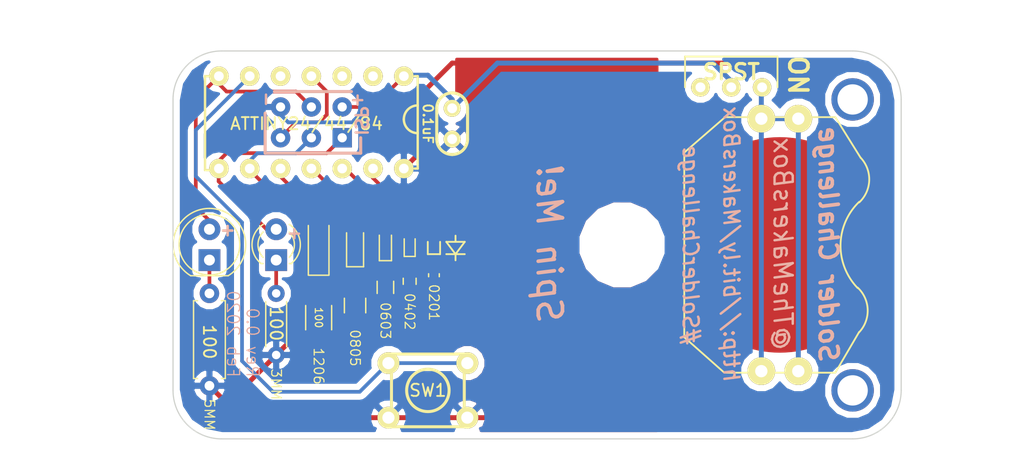
<source format=kicad_pcb>
(kicad_pcb (version 4) (host pcbnew 4.0.6)

  (general
    (links 39)
    (no_connects 0)
    (area 97.769999 98.199999 157.870001 130.300001)
    (thickness 1.6)
    (drawings 42)
    (tracks 117)
    (zones 0)
    (modules 25)
    (nets 23)
  )

  (page USLetter)
  (layers
    (0 F.Cu signal)
    (31 B.Cu signal)
    (34 B.Paste user)
    (35 F.Paste user)
    (36 B.SilkS user)
    (37 F.SilkS user)
    (38 B.Mask user)
    (39 F.Mask user)
    (40 Dwgs.User user)
    (44 Edge.Cuts user)
  )

  (setup
    (last_trace_width 0.1524)
    (user_trace_width 0.254)
    (user_trace_width 0.3048)
    (user_trace_width 0.4064)
    (user_trace_width 0.6096)
    (user_trace_width 2.032)
    (trace_clearance 0.1524)
    (zone_clearance 0.508)
    (zone_45_only no)
    (trace_min 0.1524)
    (segment_width 0.254)
    (edge_width 0.1)
    (via_size 0.6858)
    (via_drill 0.3302)
    (via_min_size 0.6858)
    (via_min_drill 0.3302)
    (user_via 1 0.5)
    (uvia_size 0.762)
    (uvia_drill 0.508)
    (uvias_allowed no)
    (uvia_min_size 0.508)
    (uvia_min_drill 0.127)
    (pcb_text_width 0.3)
    (pcb_text_size 1.5 1.5)
    (mod_edge_width 0.15)
    (mod_text_size 1 1)
    (mod_text_width 0.15)
    (pad_size 3.5 3.5)
    (pad_drill 2.5)
    (pad_to_mask_clearance 0)
    (aux_axis_origin 0 0)
    (grid_origin 210.82 95.25)
    (visible_elements 7FFFFFFF)
    (pcbplotparams
      (layerselection 0x010f0_80000001)
      (usegerberextensions true)
      (excludeedgelayer true)
      (linewidth 0.100000)
      (plotframeref false)
      (viasonmask false)
      (mode 1)
      (useauxorigin false)
      (hpglpennumber 1)
      (hpglpenspeed 20)
      (hpglpendiameter 15)
      (hpglpenoverlay 2)
      (psnegative false)
      (psa4output false)
      (plotreference true)
      (plotvalue true)
      (plotinvisibletext false)
      (padsonsilk false)
      (subtractmaskfromsilk false)
      (outputformat 1)
      (mirror false)
      (drillshape 0)
      (scaleselection 1)
      (outputdirectory gerbers/))
  )

  (net 0 "")
  (net 1 GND)
  (net 2 +BATT)
  (net 3 "Net-(BT1-Pad1)")
  (net 4 "Net-(CON1-Pad1)")
  (net 5 "Net-(CON1-Pad3)")
  (net 6 "Net-(CON1-Pad4)")
  (net 7 "Net-(CON1-Pad5)")
  (net 8 "Net-(D1-Pad2)")
  (net 9 "Net-(D0-Pad2)")
  (net 10 "Net-(D2-Pad2)")
  (net 11 "Net-(D3-Pad2)")
  (net 12 "Net-(IC1-Pad2)")
  (net 13 "Net-(IC1-Pad5)")
  (net 14 "Net-(IC1-Pad3)")
  (net 15 "Net-(IC1-Pad6)")
  (net 16 "Net-(D0-Pad1)")
  (net 17 "Net-(D1-Pad1)")
  (net 18 "Net-(D2-Pad1)")
  (net 19 "Net-(D4-Pad1)")
  (net 20 "Net-(D5-Pad1)")
  (net 21 "Net-(D6-Pad1)")
  (net 22 "Net-(D3-Pad1)")

  (net_class Default "This is the default net class."
    (clearance 0.1524)
    (trace_width 0.1524)
    (via_dia 0.6858)
    (via_drill 0.3302)
    (uvia_dia 0.762)
    (uvia_drill 0.508)
    (add_net +BATT)
    (add_net GND)
    (add_net "Net-(BT1-Pad1)")
    (add_net "Net-(CON1-Pad1)")
    (add_net "Net-(CON1-Pad3)")
    (add_net "Net-(CON1-Pad4)")
    (add_net "Net-(CON1-Pad5)")
    (add_net "Net-(D0-Pad1)")
    (add_net "Net-(D0-Pad2)")
    (add_net "Net-(D1-Pad1)")
    (add_net "Net-(D1-Pad2)")
    (add_net "Net-(D2-Pad1)")
    (add_net "Net-(D2-Pad2)")
    (add_net "Net-(D3-Pad1)")
    (add_net "Net-(D3-Pad2)")
    (add_net "Net-(D4-Pad1)")
    (add_net "Net-(D5-Pad1)")
    (add_net "Net-(D6-Pad1)")
    (add_net "Net-(IC1-Pad2)")
    (add_net "Net-(IC1-Pad3)")
    (add_net "Net-(IC1-Pad5)")
    (add_net "Net-(IC1-Pad6)")
  )

  (module project_footprints:DIP-14_W7.62mm (layer F.Cu) (tedit 5E56C0BB) (tstamp 5E548DB6)
    (at 116.84 100.33 270)
    (descr "14-lead dip package, row spacing 7.62 mm (300 mils)")
    (tags "dil dip 2.54 300")
    (path /588D45C8)
    (fp_text reference IC1 (at 0 -5.22 270) (layer F.SilkS) hide
      (effects (font (size 1 1) (thickness 0.15)))
    )
    (fp_text value ATTINY84-S (at 3.937 7.493 360) (layer F.SilkS) hide
      (effects (font (size 1 1) (thickness 0.15)))
    )
    (fp_arc (start 3.556 -1.143) (end 4.699 -1.143) (angle 90) (layer F.SilkS) (width 0.2))
    (fp_arc (start 3.556 -1.143) (end 3.556 0) (angle 90) (layer F.SilkS) (width 0.2))
    (fp_line (start 0 -0.889) (end 0 -1.143) (layer F.SilkS) (width 0.2))
    (fp_line (start 0 -1.143) (end 7.493 -1.143) (layer F.SilkS) (width 0.2))
    (fp_line (start 7.493 -1.143) (end 7.62 -1.143) (layer F.SilkS) (width 0.2))
    (fp_line (start 7.62 -1.143) (end 7.62 -0.889) (layer F.SilkS) (width 0.2))
    (fp_line (start 0 16.383) (end 0 16.002) (layer F.SilkS) (width 0.2))
    (fp_line (start 7.747 16.383) (end 7.747 16.002) (layer F.SilkS) (width 0.2))
    (fp_line (start 0 16.383) (end 7.747 16.383) (layer F.SilkS) (width 0.2))
    (fp_line (start -1.05 -2.45) (end -1.05 17.7) (layer F.CrtYd) (width 0.05))
    (fp_line (start 8.65 -2.45) (end 8.65 17.7) (layer F.CrtYd) (width 0.05))
    (fp_line (start -1.05 -2.45) (end 8.65 -2.45) (layer F.CrtYd) (width 0.05))
    (fp_line (start -1.05 17.7) (end 8.65 17.7) (layer F.CrtYd) (width 0.05))
    (pad 1 thru_hole oval (at 0 0 270) (size 1.6 1.6) (drill 0.8) (layers *.Cu *.Mask F.SilkS)
      (net 2 +BATT))
    (pad 2 thru_hole oval (at 0 2.54 270) (size 1.6 1.6) (drill 0.8) (layers *.Cu *.Mask F.SilkS)
      (net 12 "Net-(IC1-Pad2)"))
    (pad 3 thru_hole oval (at 0 5.08 270) (size 1.6 1.6) (drill 0.8) (layers *.Cu *.Mask F.SilkS)
      (net 14 "Net-(IC1-Pad3)"))
    (pad 4 thru_hole oval (at 0 7.62 270) (size 1.6 1.6) (drill 0.8) (layers *.Cu *.Mask F.SilkS)
      (net 7 "Net-(CON1-Pad5)"))
    (pad 5 thru_hole oval (at 0 10.16 270) (size 1.6 1.6) (drill 0.8) (layers *.Cu *.Mask F.SilkS)
      (net 13 "Net-(IC1-Pad5)"))
    (pad 6 thru_hole oval (at 0 12.7 270) (size 1.6 1.6) (drill 0.8) (layers *.Cu *.Mask F.SilkS)
      (net 15 "Net-(IC1-Pad6)"))
    (pad 7 thru_hole oval (at 0 15.24 270) (size 1.6 1.6) (drill 0.8) (layers *.Cu *.Mask F.SilkS)
      (net 6 "Net-(CON1-Pad4)"))
    (pad 8 thru_hole oval (at 7.62 15.24 270) (size 1.6 1.6) (drill 0.8) (layers *.Cu *.Mask F.SilkS)
      (net 4 "Net-(CON1-Pad1)"))
    (pad 9 thru_hole oval (at 7.62 12.7 270) (size 1.6 1.6) (drill 0.8) (layers *.Cu *.Mask F.SilkS)
      (net 5 "Net-(CON1-Pad3)"))
    (pad 10 thru_hole oval (at 7.62 10.16 270) (size 1.6 1.6) (drill 0.8) (layers *.Cu *.Mask F.SilkS)
      (net 11 "Net-(D3-Pad2)"))
    (pad 11 thru_hole oval (at 7.62 7.62 270) (size 1.6 1.6) (drill 0.8) (layers *.Cu *.Mask F.SilkS)
      (net 10 "Net-(D2-Pad2)"))
    (pad 12 thru_hole oval (at 7.62 5.08 270) (size 1.6 1.6) (drill 0.8) (layers *.Cu *.Mask F.SilkS)
      (net 8 "Net-(D1-Pad2)"))
    (pad 13 thru_hole oval (at 7.62 2.54 270) (size 1.6 1.6) (drill 0.8) (layers *.Cu *.Mask F.SilkS)
      (net 9 "Net-(D0-Pad2)"))
    (pad 14 thru_hole oval (at 7.62 0 270) (size 1.6 1.6) (drill 0.8) (layers *.Cu *.Mask F.SilkS)
      (net 1 GND))
    (model Housings_DIP.3dshapes/DIP-14_W7.62mm.wrl
      (at (xyz 0 0 0))
      (scale (xyz 1 1 1))
      (rotate (xyz 0 0 0))
    )
  )

  (module project_footprints:SolderWirePad_single_2-5mmDrill (layer F.Cu) (tedit 5E56E311) (tstamp 5E56E2CE)
    (at 153.82 102.25)
    (fp_text reference REF** (at 0 0) (layer F.SilkS) hide
      (effects (font (size 0.5 0.5) (thickness 0.125)))
    )
    (fp_text value SolderWirePad_single_2-5mmDrill (at 1.27 5.08) (layer F.Fab)
      (effects (font (size 1 1) (thickness 0.15)))
    )
    (pad "" thru_hole circle (at 0 0) (size 3.5 3.5) (drill 2.5) (layers *.Cu *.Mask))
  )

  (module project_footprints:SolderWirePad_single_2-5mmDrill (layer F.Cu) (tedit 5E56E300) (tstamp 5E56E2E2)
    (at 153.82 126.25)
    (fp_text reference REF** (at 0.25 0) (layer F.SilkS) hide
      (effects (font (size 0.5 0.5) (thickness 0.125)))
    )
    (fp_text value SolderWirePad_single_2-5mmDrill (at 1.27 5.08) (layer F.Fab)
      (effects (font (size 1 1) (thickness 0.15)))
    )
    (pad "" thru_hole circle (at 0 0) (size 3.5 3.5) (drill 2.5) (layers *.Cu *.Mask))
  )

  (module project_footprints:SolderWirePad_single_2-5mmDrill (layer F.Cu) (tedit 5E56E330) (tstamp 5E56E2B9)
    (at 134.82 114.25)
    (fp_text reference REF** (at 0 -0.25) (layer F.SilkS) hide
      (effects (font (size 0.5 0.5) (thickness 0.1)))
    )
    (fp_text value SolderWirePad_single_2-5mmDrill (at 1.27 5.08) (layer F.Fab)
      (effects (font (size 1 1) (thickness 0.15)))
    )
    (pad "" np_thru_hole circle (at 0 0) (size 6 6) (drill 6) (layers *.Cu *.Mask))
  )

  (module project_footprints:BATT_CR2032 (layer F.Cu) (tedit 5E56E0DC) (tstamp 5E548D64)
    (at 147.82 114.25 90)
    (tags battery)
    (path /56CFA61E)
    (fp_text reference BT1 (at 0 5.08 90) (layer F.SilkS) hide
      (effects (font (size 1.72974 1.08712) (thickness 0.27178)))
    )
    (fp_text value Battery (at 0 -2.54 90) (layer F.SilkS) hide
      (effects (font (size 1.524 1.016) (thickness 0.254)))
    )
    (fp_line (start -7.1755 6.5405) (end -10.541 4.572) (layer F.SilkS) (width 0.15))
    (fp_line (start 7.1755 6.6675) (end 10.541 4.572) (layer F.SilkS) (width 0.15))
    (fp_arc (start -5.4229 4.6355) (end -3.5179 6.4135) (angle 90) (layer F.SilkS) (width 0.15))
    (fp_arc (start 5.4102 4.7625) (end 7.1882 6.6675) (angle 90) (layer F.SilkS) (width 0.15))
    (fp_arc (start -0.0635 10.033) (end -3.556 6.4135) (angle 90) (layer F.SilkS) (width 0.15))
    (fp_line (start 7.62 -7.874) (end 10.541 -4.5085) (layer F.SilkS) (width 0.15))
    (fp_line (start -10.541 -4.572) (end -7.5565 -7.9375) (layer F.SilkS) (width 0.15))
    (fp_line (start -7.62 -7.874) (end 7.62 -7.874) (layer F.SilkS) (width 0.15))
    (fp_line (start -10.541 4.572) (end -10.541 -4.572) (layer F.SilkS) (width 0.15))
    (fp_line (start 10.541 4.572) (end 10.541 -4.572) (layer F.SilkS) (width 0.15))
    (fp_circle (center 0 0) (end -10.16 0) (layer Dwgs.User) (width 0.15))
    (pad 1 thru_hole circle (at -10.414 1.524 90) (size 2.286 2.286) (drill 1.016) (layers *.Cu *.Mask F.SilkS)
      (net 3 "Net-(BT1-Pad1)"))
    (pad 1 thru_hole circle (at 10.414 1.524 90) (size 2.286 2.286) (drill 1.016) (layers *.Cu *.Mask F.SilkS)
      (net 3 "Net-(BT1-Pad1)"))
    (pad 1 thru_hole circle (at -10.414 -1.524 90) (size 2.286 2.286) (drill 1.016) (layers *.Cu *.Mask F.SilkS)
      (net 3 "Net-(BT1-Pad1)"))
    (pad 1 thru_hole circle (at 10.414 -1.524 90) (size 2.286 2.286) (drill 1.016) (layers *.Cu *.Mask F.SilkS)
      (net 3 "Net-(BT1-Pad1)"))
    (pad 2 smd circle (at 0 0 90) (size 17.78 17.78) (layers F.Cu F.Paste F.Mask)
      (net 1 GND))
  )

  (module project_footprints:LED_1206 (layer F.Cu) (tedit 5E56BC55) (tstamp 5E548D92)
    (at 109.82 114.25 90)
    (descr "LED 1206 smd package")
    (tags "LED led 1206 SMD smd SMT smt smdled SMDLED smtled SMTLED")
    (path /593760A9)
    (attr smd)
    (fp_text reference D4 (at -0.254 -1.27 90) (layer F.SilkS) hide
      (effects (font (size 1 1) (thickness 0.15)))
    )
    (fp_text value LED (at 0 1.7 90) (layer F.Fab)
      (effects (font (size 1 1) (thickness 0.15)))
    )
    (fp_line (start -2.5 -0.85) (end -2.5 0.85) (layer F.SilkS) (width 0.12))
    (fp_line (start -0.45 -0.4) (end -0.45 0.4) (layer F.Fab) (width 0.1))
    (fp_line (start -0.4 0) (end 0.2 -0.4) (layer F.Fab) (width 0.1))
    (fp_line (start 0.2 0.4) (end -0.4 0) (layer F.Fab) (width 0.1))
    (fp_line (start 0.2 -0.4) (end 0.2 0.4) (layer F.Fab) (width 0.1))
    (fp_line (start 1.6 0.8) (end -1.6 0.8) (layer F.Fab) (width 0.1))
    (fp_line (start 1.6 -0.8) (end 1.6 0.8) (layer F.Fab) (width 0.1))
    (fp_line (start -1.6 -0.8) (end 1.6 -0.8) (layer F.Fab) (width 0.1))
    (fp_line (start -1.6 0.8) (end -1.6 -0.8) (layer F.Fab) (width 0.1))
    (fp_line (start -2.45 0.85) (end 1.6 0.85) (layer F.SilkS) (width 0.12))
    (fp_line (start -2.45 -0.85) (end 1.6 -0.85) (layer F.SilkS) (width 0.12))
    (fp_line (start 2.65 -1) (end 2.65 1) (layer F.CrtYd) (width 0.05))
    (fp_line (start 2.65 1) (end -2.65 1) (layer F.CrtYd) (width 0.05))
    (fp_line (start -2.65 1) (end -2.65 -1) (layer F.CrtYd) (width 0.05))
    (fp_line (start -2.65 -1) (end 2.65 -1) (layer F.CrtYd) (width 0.05))
    (pad 2 smd rect (at 1.65 0 270) (size 1.5 1.5) (layers F.Cu F.Paste F.Mask)
      (net 5 "Net-(CON1-Pad3)"))
    (pad 1 smd rect (at -1.65 0 270) (size 1.5 1.5) (layers F.Cu F.Paste F.Mask)
      (net 19 "Net-(D4-Pad1)"))
    (model ${KISYS3DMOD}/LEDs.3dshapes/LED_1206.wrl
      (at (xyz 0 0 0))
      (scale (xyz 1 1 1))
      (rotate (xyz 0 0 180))
    )
  )

  (module project_footprints:C1 (layer F.Cu) (tedit 5E56C256) (tstamp 5E548D6A)
    (at 120.82 104.25 270)
    (descr "Condensateur e = 1 pas")
    (tags C)
    (path /553FDF53)
    (fp_text reference C1 (at -1.905 -1.905 270) (layer F.SilkS) hide
      (effects (font (size 1.016 1.016) (thickness 0.254)))
    )
    (fp_text value "0.1 uF" (at -0.635 -2.159 270) (layer F.SilkS) hide
      (effects (font (size 0.8 0.8) (thickness 0.15)))
    )
    (fp_line (start -1.27 -1.27) (end 1.27 -1.27) (layer F.SilkS) (width 0.254))
    (fp_line (start -1.27 1.27) (end 1.27 1.27) (layer F.SilkS) (width 0.254))
    (fp_arc (start -1.27 0) (end -1.27 1.27) (angle 90) (layer F.SilkS) (width 0.254))
    (fp_arc (start -1.27 0) (end -2.54 0) (angle 90) (layer F.SilkS) (width 0.254))
    (fp_arc (start 1.27 0) (end 2.54 0) (angle 90) (layer F.SilkS) (width 0.254))
    (fp_arc (start 1.27 0) (end 1.27 -1.27) (angle 90) (layer F.SilkS) (width 0.254))
    (pad 1 thru_hole circle (at -1.27 0 270) (size 1.397 1.397) (drill 0.8128) (layers *.Cu *.Mask F.SilkS)
      (net 2 +BATT))
    (pad 2 thru_hole circle (at 1.27 0 270) (size 1.397 1.397) (drill 0.8128) (layers *.Cu *.Mask F.SilkS)
      (net 1 GND))
    (model discret/capa_1_pas.wrl
      (at (xyz 0 0 0))
      (scale (xyz 1 1 1))
      (rotate (xyz 0 0 0))
    )
  )

  (module project_footprints:AVR-ISP-6 (layer B.Cu) (tedit 5E56BB83) (tstamp 5E548D74)
    (at 111.76 105.41 90)
    (descr "6-lead dip package, row spacing 7.62 mm (300 mils)")
    (tags "dil dip 2.54 300")
    (path /58609061)
    (fp_text reference CON1 (at 0 2.54 90) (layer B.SilkS) hide
      (effects (font (size 1 1) (thickness 0.15)) (justify mirror))
    )
    (fp_text value AVR-ISP-6 (at 0 3.72 90) (layer B.Fab) hide
      (effects (font (size 1 1) (thickness 0.15)) (justify mirror))
    )
    (pad 1 thru_hole rect (at 0 0 90) (size 1.6 1.6) (drill 0.762) (layers *.Cu B.Mask)
      (net 4 "Net-(CON1-Pad1)"))
    (pad 2 thru_hole circle (at 2.54 0 90) (size 1.6 1.6) (drill 0.762) (layers *.Cu B.Mask)
      (net 2 +BATT))
    (pad 3 thru_hole oval (at 0 -2.54 90) (size 1.6 1.6) (drill 0.762) (layers *.Cu B.Mask)
      (net 5 "Net-(CON1-Pad3)"))
    (pad 4 thru_hole oval (at 2.54 -2.54 90) (size 1.6 1.6) (drill 0.762) (layers *.Cu B.Mask)
      (net 6 "Net-(CON1-Pad4)"))
    (pad 5 thru_hole oval (at 0 -5.08 90) (size 1.6 1.6) (drill 0.762) (layers *.Cu B.Mask)
      (net 7 "Net-(CON1-Pad5)"))
    (pad 6 thru_hole oval (at 2.54 -5.08 90) (size 1.6 1.6) (drill 0.762) (layers *.Cu B.Mask)
      (net 1 GND))
  )

  (module project_footprints:LED_D3.0mm (layer F.Cu) (tedit 5E56BC53) (tstamp 5E548D98)
    (at 106.32 115.5 90)
    (descr "LED, diameter 3.0mm, 2 pins")
    (tags "LED diameter 3.0mm 2 pins")
    (path /5937661C)
    (fp_text reference D5 (at 1.27 -1.27 90) (layer F.SilkS) hide
      (effects (font (size 1 1) (thickness 0.15)))
    )
    (fp_text value LED (at 1.27 2.96 90) (layer F.Fab)
      (effects (font (size 1 1) (thickness 0.15)))
    )
    (fp_arc (start 1.27 0) (end -0.23 -1.16619) (angle 284.3) (layer F.Fab) (width 0.1))
    (fp_arc (start 1.27 0) (end -0.29 -1.235516) (angle 108.8) (layer F.SilkS) (width 0.12))
    (fp_arc (start 1.27 0) (end -0.29 1.235516) (angle -108.8) (layer F.SilkS) (width 0.12))
    (fp_arc (start 1.27 0) (end 0.229039 -1.08) (angle 87.9) (layer F.SilkS) (width 0.12))
    (fp_arc (start 1.27 0) (end 0.229039 1.08) (angle -87.9) (layer F.SilkS) (width 0.12))
    (fp_circle (center 1.27 0) (end 2.77 0) (layer F.Fab) (width 0.1))
    (fp_line (start -0.23 -1.16619) (end -0.23 1.16619) (layer F.Fab) (width 0.1))
    (fp_line (start -0.29 -1.236) (end -0.29 -1.08) (layer F.SilkS) (width 0.12))
    (fp_line (start -0.29 1.08) (end -0.29 1.236) (layer F.SilkS) (width 0.12))
    (fp_line (start -1.15 -2.25) (end -1.15 2.25) (layer F.CrtYd) (width 0.05))
    (fp_line (start -1.15 2.25) (end 3.7 2.25) (layer F.CrtYd) (width 0.05))
    (fp_line (start 3.7 2.25) (end 3.7 -2.25) (layer F.CrtYd) (width 0.05))
    (fp_line (start 3.7 -2.25) (end -1.15 -2.25) (layer F.CrtYd) (width 0.05))
    (pad 1 thru_hole rect (at 0 0 90) (size 1.8 1.8) (drill 0.9) (layers *.Cu *.Mask)
      (net 20 "Net-(D5-Pad1)"))
    (pad 2 thru_hole circle (at 2.54 0 90) (size 1.8 1.8) (drill 0.9) (layers *.Cu *.Mask)
      (net 4 "Net-(CON1-Pad1)"))
    (model ${KISYS3DMOD}/LEDs.3dshapes/LED_D3.0mm.wrl
      (at (xyz 0 0 0))
      (scale (xyz 0.393701 0.393701 0.393701))
      (rotate (xyz 0 0 0))
    )
  )

  (module project_footprints:LED_D5.0mm (layer F.Cu) (tedit 5E56BC51) (tstamp 5E548D9E)
    (at 100.82 115.5 90)
    (descr "LED, diameter 5.0mm, 2 pins, http://cdn-reichelt.de/documents/datenblatt/A500/LL-504BC2E-009.pdf")
    (tags "LED diameter 5.0mm 2 pins")
    (path /5937669C)
    (fp_text reference D6 (at 1.27 -1.905 90) (layer F.SilkS) hide
      (effects (font (size 1 1) (thickness 0.15)))
    )
    (fp_text value LED (at 1.27 3.96 90) (layer F.Fab)
      (effects (font (size 1 1) (thickness 0.15)))
    )
    (fp_arc (start 1.27 0) (end -1.23 -1.469694) (angle 299.1) (layer F.Fab) (width 0.1))
    (fp_arc (start 1.27 0) (end -1.29 -1.54483) (angle 148.9) (layer F.SilkS) (width 0.12))
    (fp_arc (start 1.27 0) (end -1.29 1.54483) (angle -148.9) (layer F.SilkS) (width 0.12))
    (fp_circle (center 1.27 0) (end 3.77 0) (layer F.Fab) (width 0.1))
    (fp_circle (center 1.27 0) (end 3.77 0) (layer F.SilkS) (width 0.12))
    (fp_line (start -1.23 -1.469694) (end -1.23 1.469694) (layer F.Fab) (width 0.1))
    (fp_line (start -1.29 -1.545) (end -1.29 1.545) (layer F.SilkS) (width 0.12))
    (fp_line (start -1.95 -3.25) (end -1.95 3.25) (layer F.CrtYd) (width 0.05))
    (fp_line (start -1.95 3.25) (end 4.5 3.25) (layer F.CrtYd) (width 0.05))
    (fp_line (start 4.5 3.25) (end 4.5 -3.25) (layer F.CrtYd) (width 0.05))
    (fp_line (start 4.5 -3.25) (end -1.95 -3.25) (layer F.CrtYd) (width 0.05))
    (fp_text user %R (at 1.25 0 90) (layer F.Fab)
      (effects (font (size 0.8 0.8) (thickness 0.2)))
    )
    (pad 1 thru_hole rect (at 0 0 90) (size 1.8 1.8) (drill 0.9) (layers *.Cu *.Mask)
      (net 21 "Net-(D6-Pad1)"))
    (pad 2 thru_hole circle (at 2.54 0 90) (size 1.8 1.8) (drill 0.9) (layers *.Cu *.Mask)
      (net 6 "Net-(CON1-Pad4)"))
    (model ${KISYS3DMOD}/LEDs.3dshapes/LED_D5.0mm.wrl
      (at (xyz 0 0 0))
      (scale (xyz 0.393701 0.393701 0.393701))
      (rotate (xyz 0 0 0))
    )
  )

  (module project_footprints:R_0201 (layer F.Cu) (tedit 5E56DE3A) (tstamp 5E548DC1)
    (at 119.32 116.75 270)
    (descr "Resistor SMD 0201, reflow soldering, Vishay (see crcw0201e3.pdf)")
    (tags "resistor 0201")
    (path /59376B1A)
    (attr smd)
    (fp_text reference R0 (at -1.905 0 270) (layer F.SilkS) hide
      (effects (font (size 1 1) (thickness 0.15)))
    )
    (fp_text value 100 (at 0 0 270) (layer F.Fab)
      (effects (font (size 1 1) (thickness 0.15)))
    )
    (fp_text user %R (at 0 -1.25 270) (layer F.Fab)
      (effects (font (size 1 1) (thickness 0.15)))
    )
    (fp_line (start -0.3 0.15) (end -0.3 -0.15) (layer F.Fab) (width 0.1))
    (fp_line (start 0.3 0.15) (end -0.3 0.15) (layer F.Fab) (width 0.1))
    (fp_line (start 0.3 -0.15) (end 0.3 0.15) (layer F.Fab) (width 0.1))
    (fp_line (start -0.3 -0.15) (end 0.3 -0.15) (layer F.Fab) (width 0.1))
    (fp_line (start 0.12 -0.44) (end -0.12 -0.44) (layer F.SilkS) (width 0.12))
    (fp_line (start -0.12 0.44) (end 0.12 0.44) (layer F.SilkS) (width 0.12))
    (fp_line (start -0.55 -0.37) (end 0.55 -0.37) (layer F.CrtYd) (width 0.05))
    (fp_line (start -0.55 -0.37) (end -0.55 0.36) (layer F.CrtYd) (width 0.05))
    (fp_line (start 0.55 0.36) (end 0.55 -0.37) (layer F.CrtYd) (width 0.05))
    (fp_line (start 0.55 0.36) (end -0.55 0.36) (layer F.CrtYd) (width 0.05))
    (pad 1 smd rect (at -0.26 0 270) (size 0.28 0.43) (layers F.Cu F.Paste F.Mask)
      (net 16 "Net-(D0-Pad1)"))
    (pad 2 smd rect (at 0.26 0 270) (size 0.28 0.43) (layers F.Cu F.Paste F.Mask)
      (net 1 GND))
    (model ${KISYS3DMOD}/Resistors_SMD.3dshapes/R_0201.wrl
      (at (xyz 0 0 0))
      (scale (xyz 1 1 1))
      (rotate (xyz 0 0 0))
    )
  )

  (module project_footprints:R_0402 (layer F.Cu) (tedit 5E56DE2C) (tstamp 5E548DC7)
    (at 117.32 117.25 270)
    (descr "Resistor SMD 0402, reflow soldering, Vishay (see dcrcw.pdf)")
    (tags "resistor 0402")
    (path /59376ABD)
    (attr smd)
    (fp_text reference R1 (at -1.905 0 270) (layer F.SilkS) hide
      (effects (font (size 1 1) (thickness 0.15)))
    )
    (fp_text value 100 (at -1 0 270) (layer F.Fab)
      (effects (font (size 1 1) (thickness 0.15)))
    )
    (fp_text user %R (at 0 -1.35 270) (layer F.Fab)
      (effects (font (size 1 1) (thickness 0.15)))
    )
    (fp_line (start -0.5 0.25) (end -0.5 -0.25) (layer F.Fab) (width 0.1))
    (fp_line (start 0.5 0.25) (end -0.5 0.25) (layer F.Fab) (width 0.1))
    (fp_line (start 0.5 -0.25) (end 0.5 0.25) (layer F.Fab) (width 0.1))
    (fp_line (start -0.5 -0.25) (end 0.5 -0.25) (layer F.Fab) (width 0.1))
    (fp_line (start 0.25 -0.53) (end -0.25 -0.53) (layer F.SilkS) (width 0.12))
    (fp_line (start -0.25 0.53) (end 0.25 0.53) (layer F.SilkS) (width 0.12))
    (fp_line (start -0.8 -0.45) (end 0.8 -0.45) (layer F.CrtYd) (width 0.05))
    (fp_line (start -0.8 -0.45) (end -0.8 0.45) (layer F.CrtYd) (width 0.05))
    (fp_line (start 0.8 0.45) (end 0.8 -0.45) (layer F.CrtYd) (width 0.05))
    (fp_line (start 0.8 0.45) (end -0.8 0.45) (layer F.CrtYd) (width 0.05))
    (pad 1 smd rect (at -0.45 0 270) (size 0.4 0.6) (layers F.Cu F.Paste F.Mask)
      (net 17 "Net-(D1-Pad1)"))
    (pad 2 smd rect (at 0.45 0 270) (size 0.4 0.6) (layers F.Cu F.Paste F.Mask)
      (net 1 GND))
    (model ${KISYS3DMOD}/Resistors_SMD.3dshapes/R_0402.wrl
      (at (xyz 0 0 0))
      (scale (xyz 1 1 1))
      (rotate (xyz 0 0 0))
    )
  )

  (module project_footprints:R_Axial_DIN0204_L3.6mm_D1.6mm_P5.08mm_Horizontal (layer F.Cu) (tedit 5E56DCA0) (tstamp 5E548DDF)
    (at 106.32 118.25 270)
    (descr "Resistor, Axial_DIN0204 series, Axial, Horizontal, pin pitch=5.08mm, 0.16666666666666666W = 1/6W, length*diameter=3.6*1.6mm^2, http://cdn-reichelt.de/documents/datenblatt/B400/1_4W%23YAG.pdf")
    (tags "Resistor Axial_DIN0204 series Axial Horizontal pin pitch 5.08mm 0.16666666666666666W = 1/6W length 3.6mm diameter 1.6mm")
    (path /56DBEF6A)
    (fp_text reference R5 (at -1.905 0 270) (layer F.SilkS) hide
      (effects (font (size 1 1) (thickness 0.15)))
    )
    (fp_text value 100 (at 2.5 0 270) (layer F.Fab)
      (effects (font (size 1 1) (thickness 0.15)))
    )
    (fp_line (start 0.74 -0.8) (end 0.74 0.8) (layer F.Fab) (width 0.1))
    (fp_line (start 0.74 0.8) (end 4.34 0.8) (layer F.Fab) (width 0.1))
    (fp_line (start 4.34 0.8) (end 4.34 -0.8) (layer F.Fab) (width 0.1))
    (fp_line (start 4.34 -0.8) (end 0.74 -0.8) (layer F.Fab) (width 0.1))
    (fp_line (start 0 0) (end 0.74 0) (layer F.Fab) (width 0.1))
    (fp_line (start 5.08 0) (end 4.34 0) (layer F.Fab) (width 0.1))
    (fp_line (start 0.68 -0.86) (end 4.4 -0.86) (layer F.SilkS) (width 0.12))
    (fp_line (start 0.68 0.86) (end 4.4 0.86) (layer F.SilkS) (width 0.12))
    (fp_line (start -0.95 -1.15) (end -0.95 1.15) (layer F.CrtYd) (width 0.05))
    (fp_line (start -0.95 1.15) (end 6.05 1.15) (layer F.CrtYd) (width 0.05))
    (fp_line (start 6.05 1.15) (end 6.05 -1.15) (layer F.CrtYd) (width 0.05))
    (fp_line (start 6.05 -1.15) (end -0.95 -1.15) (layer F.CrtYd) (width 0.05))
    (pad 1 thru_hole circle (at 0 0 270) (size 1.4 1.4) (drill 0.7) (layers *.Cu *.Mask)
      (net 20 "Net-(D5-Pad1)"))
    (pad 2 thru_hole oval (at 5.08 0 270) (size 1.4 1.4) (drill 0.7) (layers *.Cu *.Mask)
      (net 1 GND))
    (model ${KISYS3DMOD}/Resistors_THT.3dshapes/R_Axial_DIN0204_L3.6mm_D1.6mm_P5.08mm_Horizontal.wrl
      (at (xyz 0 0 0))
      (scale (xyz 0.393701 0.393701 0.393701))
      (rotate (xyz 0 0 0))
    )
  )

  (module project_footprints:R_Axial_DIN0207_L6.3mm_D2.5mm_P7.62mm_Horizontal (layer F.Cu) (tedit 5E56DC9D) (tstamp 5E548DE5)
    (at 100.82 118.25 270)
    (descr "Resistor, Axial_DIN0207 series, Axial, Horizontal, pin pitch=7.62mm, 0.25W = 1/4W, length*diameter=6.3*2.5mm^2, http://cdn-reichelt.de/documents/datenblatt/B400/1_4W%23YAG.pdf")
    (tags "Resistor Axial_DIN0207 series Axial Horizontal pin pitch 7.62mm 0.25W = 1/4W length 6.3mm diameter 2.5mm")
    (path /56CEB2B5)
    (fp_text reference R6 (at -2.54 0 270) (layer F.SilkS) hide
      (effects (font (size 1 1) (thickness 0.15)))
    )
    (fp_text value 100 (at 4 0 270) (layer F.Fab)
      (effects (font (size 1 1) (thickness 0.15)))
    )
    (fp_line (start 0.66 -1.25) (end 0.66 1.25) (layer F.Fab) (width 0.1))
    (fp_line (start 0.66 1.25) (end 6.96 1.25) (layer F.Fab) (width 0.1))
    (fp_line (start 6.96 1.25) (end 6.96 -1.25) (layer F.Fab) (width 0.1))
    (fp_line (start 6.96 -1.25) (end 0.66 -1.25) (layer F.Fab) (width 0.1))
    (fp_line (start 0 0) (end 0.66 0) (layer F.Fab) (width 0.1))
    (fp_line (start 7.62 0) (end 6.96 0) (layer F.Fab) (width 0.1))
    (fp_line (start 0.6 -0.98) (end 0.6 -1.31) (layer F.SilkS) (width 0.12))
    (fp_line (start 0.6 -1.31) (end 7.02 -1.31) (layer F.SilkS) (width 0.12))
    (fp_line (start 7.02 -1.31) (end 7.02 -0.98) (layer F.SilkS) (width 0.12))
    (fp_line (start 0.6 0.98) (end 0.6 1.31) (layer F.SilkS) (width 0.12))
    (fp_line (start 0.6 1.31) (end 7.02 1.31) (layer F.SilkS) (width 0.12))
    (fp_line (start 7.02 1.31) (end 7.02 0.98) (layer F.SilkS) (width 0.12))
    (fp_line (start -1.05 -1.6) (end -1.05 1.6) (layer F.CrtYd) (width 0.05))
    (fp_line (start -1.05 1.6) (end 8.7 1.6) (layer F.CrtYd) (width 0.05))
    (fp_line (start 8.7 1.6) (end 8.7 -1.6) (layer F.CrtYd) (width 0.05))
    (fp_line (start 8.7 -1.6) (end -1.05 -1.6) (layer F.CrtYd) (width 0.05))
    (pad 1 thru_hole circle (at 0 0 270) (size 1.6 1.6) (drill 0.8) (layers *.Cu *.Mask)
      (net 21 "Net-(D6-Pad1)"))
    (pad 2 thru_hole oval (at 7.62 0 270) (size 1.6 1.6) (drill 0.8) (layers *.Cu *.Mask)
      (net 1 GND))
    (model ${KISYS3DMOD}/Resistors_THT.3dshapes/R_Axial_DIN0207_L6.3mm_D2.5mm_P7.62mm_Horizontal.wrl
      (at (xyz 0 0 0))
      (scale (xyz 0.393701 0.393701 0.393701))
      (rotate (xyz 0 0 0))
    )
  )

  (module project_footprints:SW_SPST (layer F.Cu) (tedit 593A137D) (tstamp 5E548DF2)
    (at 143.82 101.25 270)
    (descr "Switch inverseur")
    (tags "SWITCH DEV")
    (path /5860A0CD)
    (fp_text reference SW2 (at -1.651 2.032 360) (layer F.SilkS) hide
      (effects (font (size 1.016 1.016) (thickness 0.2032)))
    )
    (fp_text value SPST (at -1.27 0 360) (layer F.SilkS)
      (effects (font (size 1.27 1.27) (thickness 0.254)))
    )
    (fp_line (start 0 3.81) (end -2.54 3.81) (layer F.SilkS) (width 0.15))
    (fp_line (start -2.54 3.81) (end -2.54 -3.81) (layer F.SilkS) (width 0.15))
    (fp_line (start -2.54 -3.81) (end 0 -3.81) (layer F.SilkS) (width 0.15))
    (pad 2 thru_hole circle (at 0 0 270) (size 1.524 1.524) (drill 0.8128) (layers *.Cu *.Mask F.SilkS)
      (net 2 +BATT))
    (pad 1 thru_hole circle (at 0 -2.54 270) (size 1.524 1.524) (drill 0.8128) (layers *.Cu *.Mask F.SilkS)
      (net 3 "Net-(BT1-Pad1)"))
    (pad 3 thru_hole circle (at 0 2.54 270) (size 1.524 1.524) (drill 0.8128) (layers *.Cu *.Mask F.SilkS))
  )

  (module project_footprints:LED_0805 (layer F.Cu) (tedit 5E56BC57) (tstamp 5E548D8C)
    (at 112.82 114.25 90)
    (descr "LED 0805 smd package")
    (tags "LED led 0805 SMD smd SMT smt smdled SMDLED smtled SMTLED")
    (path /5937627B)
    (attr smd)
    (fp_text reference D3 (at 0.381 -1.27 90) (layer F.SilkS) hide
      (effects (font (size 1 1) (thickness 0.15)))
    )
    (fp_text value LED (at 0 1.55 90) (layer F.Fab)
      (effects (font (size 1 1) (thickness 0.15)))
    )
    (fp_line (start -1.8 -0.7) (end -1.8 0.7) (layer F.SilkS) (width 0.12))
    (fp_line (start -0.4 -0.4) (end -0.4 0.4) (layer F.Fab) (width 0.1))
    (fp_line (start -0.4 0) (end 0.2 -0.4) (layer F.Fab) (width 0.1))
    (fp_line (start 0.2 0.4) (end -0.4 0) (layer F.Fab) (width 0.1))
    (fp_line (start 0.2 -0.4) (end 0.2 0.4) (layer F.Fab) (width 0.1))
    (fp_line (start 1 0.6) (end -1 0.6) (layer F.Fab) (width 0.1))
    (fp_line (start 1 -0.6) (end 1 0.6) (layer F.Fab) (width 0.1))
    (fp_line (start -1 -0.6) (end 1 -0.6) (layer F.Fab) (width 0.1))
    (fp_line (start -1 0.6) (end -1 -0.6) (layer F.Fab) (width 0.1))
    (fp_line (start -1.8 0.7) (end 1 0.7) (layer F.SilkS) (width 0.12))
    (fp_line (start -1.8 -0.7) (end 1 -0.7) (layer F.SilkS) (width 0.12))
    (fp_line (start 1.95 -0.85) (end 1.95 0.85) (layer F.CrtYd) (width 0.05))
    (fp_line (start 1.95 0.85) (end -1.95 0.85) (layer F.CrtYd) (width 0.05))
    (fp_line (start -1.95 0.85) (end -1.95 -0.85) (layer F.CrtYd) (width 0.05))
    (fp_line (start -1.95 -0.85) (end 1.95 -0.85) (layer F.CrtYd) (width 0.05))
    (fp_text user %R (at 0 -1.25 90) (layer F.Fab)
      (effects (font (size 0.4 0.4) (thickness 0.1)))
    )
    (pad 2 smd rect (at 1.1 0 270) (size 1.2 1.2) (layers F.Cu F.Paste F.Mask)
      (net 11 "Net-(D3-Pad2)"))
    (pad 1 smd rect (at -1.1 0 270) (size 1.2 1.2) (layers F.Cu F.Paste F.Mask)
      (net 22 "Net-(D3-Pad1)"))
    (model ${KISYS3DMOD}/LEDs.3dshapes/LED_0805.wrl
      (at (xyz 0 0 0))
      (scale (xyz 1 1 1))
      (rotate (xyz 0 0 180))
    )
  )

  (module project_footprints:LED_0603 (layer F.Cu) (tedit 5E56BC59) (tstamp 5E548D86)
    (at 115.32 114.25 90)
    (descr "LED 0603 smd package")
    (tags "LED led 0603 SMD smd SMT smt smdled SMDLED smtled SMTLED")
    (path /593762B5)
    (attr smd)
    (fp_text reference D2 (at -0.254 -0.635 90) (layer F.SilkS) hide
      (effects (font (size 1 1) (thickness 0.15)))
    )
    (fp_text value LED (at 0 1.35 90) (layer F.Fab)
      (effects (font (size 1 1) (thickness 0.15)))
    )
    (fp_line (start -1.3 -0.5) (end -1.3 0.5) (layer F.SilkS) (width 0.12))
    (fp_line (start -0.2 -0.2) (end -0.2 0.2) (layer F.Fab) (width 0.1))
    (fp_line (start -0.15 0) (end 0.15 -0.2) (layer F.Fab) (width 0.1))
    (fp_line (start 0.15 0.2) (end -0.15 0) (layer F.Fab) (width 0.1))
    (fp_line (start 0.15 -0.2) (end 0.15 0.2) (layer F.Fab) (width 0.1))
    (fp_line (start 0.8 0.4) (end -0.8 0.4) (layer F.Fab) (width 0.1))
    (fp_line (start 0.8 -0.4) (end 0.8 0.4) (layer F.Fab) (width 0.1))
    (fp_line (start -0.8 -0.4) (end 0.8 -0.4) (layer F.Fab) (width 0.1))
    (fp_line (start -0.8 0.4) (end -0.8 -0.4) (layer F.Fab) (width 0.1))
    (fp_line (start -1.3 0.5) (end 0.8 0.5) (layer F.SilkS) (width 0.12))
    (fp_line (start -1.3 -0.5) (end 0.8 -0.5) (layer F.SilkS) (width 0.12))
    (fp_line (start 1.45 -0.65) (end 1.45 0.65) (layer F.CrtYd) (width 0.05))
    (fp_line (start 1.45 0.65) (end -1.45 0.65) (layer F.CrtYd) (width 0.05))
    (fp_line (start -1.45 0.65) (end -1.45 -0.65) (layer F.CrtYd) (width 0.05))
    (fp_line (start -1.45 -0.65) (end 1.45 -0.65) (layer F.CrtYd) (width 0.05))
    (pad 2 smd rect (at 0.8 0 270) (size 0.8 0.8) (layers F.Cu F.Paste F.Mask)
      (net 10 "Net-(D2-Pad2)"))
    (pad 1 smd rect (at -0.8 0 270) (size 0.8 0.8) (layers F.Cu F.Paste F.Mask)
      (net 18 "Net-(D2-Pad1)"))
    (model ${KISYS3DMOD}/LEDs.3dshapes/LED_0603.wrl
      (at (xyz 0 0 0))
      (scale (xyz 1 1 1))
      (rotate (xyz 0 0 180))
    )
  )

  (module project_footprints:LED_0402 (layer F.Cu) (tedit 5E56BC5B) (tstamp 5E548D80)
    (at 117.32 114.25 90)
    (descr "LED 0402 smd package")
    (tags "LED led 0402 SMD smd SMT smt smdled SMDLED smtled SMTLED")
    (path /593766DF)
    (attr smd)
    (fp_text reference D1 (at 0 -0.635 90) (layer F.SilkS) hide
      (effects (font (size 1 1) (thickness 0.15)))
    )
    (fp_text value LED (at 0 1.4 180) (layer F.Fab)
      (effects (font (size 1 1) (thickness 0.15)))
    )
    (fp_line (start -0.95 -0.45) (end -0.95 0.45) (layer F.SilkS) (width 0.12))
    (fp_line (start -0.15 -0.2) (end -0.15 0.2) (layer F.Fab) (width 0.1))
    (fp_line (start -0.15 0) (end 0.15 -0.2) (layer F.Fab) (width 0.1))
    (fp_line (start 0.15 0.2) (end -0.15 0) (layer F.Fab) (width 0.1))
    (fp_line (start 0.15 -0.2) (end 0.15 0.2) (layer F.Fab) (width 0.1))
    (fp_line (start 0.5 0.25) (end -0.5 0.25) (layer F.Fab) (width 0.1))
    (fp_line (start 0.5 -0.25) (end 0.5 0.25) (layer F.Fab) (width 0.1))
    (fp_line (start -0.5 -0.25) (end 0.5 -0.25) (layer F.Fab) (width 0.1))
    (fp_line (start -0.5 0.25) (end -0.5 -0.25) (layer F.Fab) (width 0.1))
    (fp_line (start -0.95 0.45) (end 0.5 0.45) (layer F.SilkS) (width 0.12))
    (fp_line (start -0.95 -0.45) (end 0.5 -0.45) (layer F.SilkS) (width 0.12))
    (fp_line (start 1 -0.5) (end 1 0.5) (layer F.CrtYd) (width 0.05))
    (fp_line (start 1 0.5) (end -1 0.5) (layer F.CrtYd) (width 0.05))
    (fp_line (start -1 0.5) (end -1 -0.5) (layer F.CrtYd) (width 0.05))
    (fp_line (start -1 -0.5) (end 1 -0.5) (layer F.CrtYd) (width 0.05))
    (pad 2 smd rect (at 0.55 0 270) (size 0.6 0.7) (layers F.Cu F.Paste F.Mask)
      (net 8 "Net-(D1-Pad2)"))
    (pad 1 smd rect (at -0.55 0 270) (size 0.6 0.7) (layers F.Cu F.Paste F.Mask)
      (net 17 "Net-(D1-Pad1)"))
    (model ${KISYS3DMOD}/LEDs.3dshapes/LED_0402.wrl
      (at (xyz 0 0 0))
      (scale (xyz 1 1 1))
      (rotate (xyz 0 0 180))
    )
  )

  (module project_footprints:R_0603 (layer F.Cu) (tedit 5E56DE28) (tstamp 5E548DCD)
    (at 115.32 117.75 270)
    (descr "Resistor SMD 0603, reflow soldering, Vishay (see dcrcw.pdf)")
    (tags "resistor 0603")
    (path /59376A67)
    (attr smd)
    (fp_text reference R2 (at -2.54 0 270) (layer F.SilkS) hide
      (effects (font (size 1 1) (thickness 0.15)))
    )
    (fp_text value 100 (at -0.5 0 270) (layer F.Fab)
      (effects (font (size 1 1) (thickness 0.15)))
    )
    (fp_text user %R (at 0 0 270) (layer F.Fab)
      (effects (font (size 0.4 0.4) (thickness 0.075)))
    )
    (fp_line (start -0.8 0.4) (end -0.8 -0.4) (layer F.Fab) (width 0.1))
    (fp_line (start 0.8 0.4) (end -0.8 0.4) (layer F.Fab) (width 0.1))
    (fp_line (start 0.8 -0.4) (end 0.8 0.4) (layer F.Fab) (width 0.1))
    (fp_line (start -0.8 -0.4) (end 0.8 -0.4) (layer F.Fab) (width 0.1))
    (fp_line (start 0.5 0.68) (end -0.5 0.68) (layer F.SilkS) (width 0.12))
    (fp_line (start -0.5 -0.68) (end 0.5 -0.68) (layer F.SilkS) (width 0.12))
    (fp_line (start -1.25 -0.7) (end 1.25 -0.7) (layer F.CrtYd) (width 0.05))
    (fp_line (start -1.25 -0.7) (end -1.25 0.7) (layer F.CrtYd) (width 0.05))
    (fp_line (start 1.25 0.7) (end 1.25 -0.7) (layer F.CrtYd) (width 0.05))
    (fp_line (start 1.25 0.7) (end -1.25 0.7) (layer F.CrtYd) (width 0.05))
    (pad 1 smd rect (at -0.75 0 270) (size 0.5 0.9) (layers F.Cu F.Paste F.Mask)
      (net 18 "Net-(D2-Pad1)"))
    (pad 2 smd rect (at 0.75 0 270) (size 0.5 0.9) (layers F.Cu F.Paste F.Mask)
      (net 1 GND))
    (model ${KISYS3DMOD}/Resistors_SMD.3dshapes/R_0603.wrl
      (at (xyz 0 0 0))
      (scale (xyz 1 1 1))
      (rotate (xyz 0 0 0))
    )
  )

  (module project_footprints:R_0805 (layer F.Cu) (tedit 5E56DCA6) (tstamp 5E548DD3)
    (at 112.82 119.25 270)
    (descr "Resistor SMD 0805, reflow soldering, Vishay (see dcrcw.pdf)")
    (tags "resistor 0805")
    (path /59376A18)
    (attr smd)
    (fp_text reference R3 (at -2.54 0 270) (layer F.SilkS) hide
      (effects (font (size 1 1) (thickness 0.15)))
    )
    (fp_text value 100 (at 0 0 270) (layer F.Fab)
      (effects (font (size 1 1) (thickness 0.15)))
    )
    (fp_text user %R (at 0 0 270) (layer F.Fab)
      (effects (font (size 0.5 0.5) (thickness 0.075)))
    )
    (fp_line (start -1 0.62) (end -1 -0.62) (layer F.Fab) (width 0.1))
    (fp_line (start 1 0.62) (end -1 0.62) (layer F.Fab) (width 0.1))
    (fp_line (start 1 -0.62) (end 1 0.62) (layer F.Fab) (width 0.1))
    (fp_line (start -1 -0.62) (end 1 -0.62) (layer F.Fab) (width 0.1))
    (fp_line (start 0.6 0.88) (end -0.6 0.88) (layer F.SilkS) (width 0.12))
    (fp_line (start -0.6 -0.88) (end 0.6 -0.88) (layer F.SilkS) (width 0.12))
    (fp_line (start -1.55 -0.9) (end 1.55 -0.9) (layer F.CrtYd) (width 0.05))
    (fp_line (start -1.55 -0.9) (end -1.55 0.9) (layer F.CrtYd) (width 0.05))
    (fp_line (start 1.55 0.9) (end 1.55 -0.9) (layer F.CrtYd) (width 0.05))
    (fp_line (start 1.55 0.9) (end -1.55 0.9) (layer F.CrtYd) (width 0.05))
    (pad 1 smd rect (at -0.95 0 270) (size 0.7 1.3) (layers F.Cu F.Paste F.Mask)
      (net 22 "Net-(D3-Pad1)"))
    (pad 2 smd rect (at 0.95 0 270) (size 0.7 1.3) (layers F.Cu F.Paste F.Mask)
      (net 1 GND))
    (model ${KISYS3DMOD}/Resistors_SMD.3dshapes/R_0805.wrl
      (at (xyz 0 0 0))
      (scale (xyz 1 1 1))
      (rotate (xyz 0 0 0))
    )
  )

  (module project_footprints:R_1206 (layer F.Cu) (tedit 5E56DCA3) (tstamp 5E548DD9)
    (at 109.82 120.25 270)
    (descr "Resistor SMD 1206, reflow soldering, Vishay (see dcrcw.pdf)")
    (tags "resistor 1206")
    (path /56DBEFE7)
    (attr smd)
    (fp_text reference R4 (at -3.175 0 270) (layer F.SilkS) hide
      (effects (font (size 1 1) (thickness 0.15)))
    )
    (fp_text value 100 (at 0 0 270) (layer F.Fab)
      (effects (font (size 1 1) (thickness 0.15)))
    )
    (fp_text user %R (at 0 0 270) (layer F.Fab)
      (effects (font (size 0.7 0.7) (thickness 0.105)))
    )
    (fp_line (start -1.6 0.8) (end -1.6 -0.8) (layer F.Fab) (width 0.1))
    (fp_line (start 1.6 0.8) (end -1.6 0.8) (layer F.Fab) (width 0.1))
    (fp_line (start 1.6 -0.8) (end 1.6 0.8) (layer F.Fab) (width 0.1))
    (fp_line (start -1.6 -0.8) (end 1.6 -0.8) (layer F.Fab) (width 0.1))
    (fp_line (start 1 1.07) (end -1 1.07) (layer F.SilkS) (width 0.12))
    (fp_line (start -1 -1.07) (end 1 -1.07) (layer F.SilkS) (width 0.12))
    (fp_line (start -2.15 -1.11) (end 2.15 -1.11) (layer F.CrtYd) (width 0.05))
    (fp_line (start -2.15 -1.11) (end -2.15 1.1) (layer F.CrtYd) (width 0.05))
    (fp_line (start 2.15 1.1) (end 2.15 -1.11) (layer F.CrtYd) (width 0.05))
    (fp_line (start 2.15 1.1) (end -2.15 1.1) (layer F.CrtYd) (width 0.05))
    (pad 1 smd rect (at -1.45 0 270) (size 0.9 1.7) (layers F.Cu F.Paste F.Mask)
      (net 19 "Net-(D4-Pad1)"))
    (pad 2 smd rect (at 1.45 0 270) (size 0.9 1.7) (layers F.Cu F.Paste F.Mask)
      (net 1 GND))
    (model ${KISYS3DMOD}/Resistors_SMD.3dshapes/R_1206.wrl
      (at (xyz 0 0 0))
      (scale (xyz 1 1 1))
      (rotate (xyz 0 0 0))
    )
  )

  (module project_footprints:SW_PUSH_SMALL (layer F.Cu) (tedit 57A15124) (tstamp 5E56DF60)
    (at 118.82 126.25)
    (path /5E56EB7B)
    (fp_text reference SW1 (at 0 0) (layer F.SilkS)
      (effects (font (size 1 1) (thickness 0.15)))
    )
    (fp_text value SW_PUSH (at 0 2) (layer F.Fab) hide
      (effects (font (size 0.3 0.3) (thickness 0.075)))
    )
    (fp_line (start -3 -3) (end 3 -3) (layer F.SilkS) (width 0.25))
    (fp_line (start 3 -3) (end 3 3) (layer F.SilkS) (width 0.25))
    (fp_line (start 3 3) (end -3 3) (layer F.SilkS) (width 0.25))
    (fp_line (start -3 3) (end -3 -3) (layer F.SilkS) (width 0.25))
    (fp_circle (center 0 0) (end -1.75 0) (layer F.SilkS) (width 0.25))
    (pad 1 thru_hole circle (at 3.25 -2.25) (size 1.8 1.8) (drill 1) (layers *.Cu *.Mask F.SilkS)
      (net 15 "Net-(IC1-Pad6)"))
    (pad 2 thru_hole circle (at 3.25 2.25) (size 1.8 1.8) (drill 1) (layers *.Cu *.Mask F.SilkS)
      (net 1 GND))
    (pad 1 thru_hole circle (at -3.25 -2.25) (size 1.8 1.8) (drill 1) (layers *.Cu *.Mask F.SilkS)
      (net 15 "Net-(IC1-Pad6)"))
    (pad 2 thru_hole circle (at -3.25 2.25) (size 1.8 1.8) (drill 1) (layers *.Cu *.Mask F.SilkS)
      (net 1 GND))
  )

  (module project_footprints:SolderingChallenge (layer F.Cu) (tedit 0) (tstamp 5E57034F)
    (at 127.508 114.046 270)
    (fp_text reference G*** (at 0 0 270) (layer F.SilkS) hide
      (effects (font (thickness 0.3)))
    )
    (fp_text value LOGO (at 0.75 0 270) (layer F.SilkS) hide
      (effects (font (thickness 0.3)))
    )
    (fp_poly (pts (xy -13.017201 0.525202) (xy -12.969266 0.763235) (xy -12.945787 1.200208) (xy -12.938434 1.887203)
      (xy -12.938125 2.168365) (xy -12.944655 2.880973) (xy -12.962393 3.459154) (xy -12.988558 3.840099)
      (xy -13.0175 3.962394) (xy -13.199294 3.889714) (xy -13.520576 3.725938) (xy -13.921901 3.348258)
      (xy -14.151699 2.801733) (xy -14.217492 2.168477) (xy -14.1268 1.530606) (xy -13.887144 0.970233)
      (xy -13.506045 0.569474) (xy -13.219768 0.441632) (xy -13.097924 0.435028) (xy -13.017201 0.525202)) (layer F.Mask) (width 0.01))
    (fp_poly (pts (xy -11.588826 3.164962) (xy -11.58875 3.178209) (xy -11.71002 3.486239) (xy -11.941573 3.721623)
      (xy -12.298802 3.927334) (xy -12.510345 3.959307) (xy -12.54125 3.901586) (xy -12.439674 3.758669)
      (xy -12.184744 3.48008) (xy -12.065 3.358173) (xy -11.767337 3.081073) (xy -11.626096 3.023276)
      (xy -11.588826 3.164962)) (layer F.Mask) (width 0.01))
    (fp_poly (pts (xy 9.771952 0.486151) (xy 9.689685 0.706123) (xy 9.666886 0.734694) (xy 9.58434 1.007527)
      (xy 9.542561 1.550197) (xy 9.544654 2.317282) (xy 9.549201 2.455986) (xy 9.572852 3.103584)
      (xy 9.591434 3.610486) (xy 9.602444 3.908532) (xy 9.604375 3.95881) (xy 9.478505 3.90012)
      (xy 9.264173 3.811336) (xy 8.787898 3.456321) (xy 8.495454 2.878226) (xy 8.41375 2.258668)
      (xy 8.517984 1.482214) (xy 8.812557 0.881582) (xy 9.259131 0.517776) (xy 9.612672 0.414983)
      (xy 9.771952 0.486151)) (layer F.Mask) (width 0.01))
    (fp_poly (pts (xy 11.161988 2.817812) (xy 11.014669 3.378642) (xy 10.741851 3.71252) (xy 10.37741 3.877013)
      (xy 10.175333 3.914212) (xy 10.090283 3.817049) (xy 10.093706 3.514578) (xy 10.122094 3.242635)
      (xy 10.143157 2.714193) (xy 10.049409 2.425267) (xy 9.984058 2.367265) (xy 9.964554 2.277293)
      (xy 10.255708 2.231179) (xy 10.507206 2.22493) (xy 11.251288 2.2225) (xy 11.161988 2.817812)) (layer F.Mask) (width 0.01))
    (fp_poly (pts (xy -9.631138 0.492547) (xy -9.446502 0.550715) (xy -9.491178 0.664665) (xy -9.49325 0.666749)
      (xy -9.591439 0.915304) (xy -9.655949 1.372184) (xy -9.68701 1.949526) (xy -9.684851 2.559469)
      (xy -9.649701 3.114148) (xy -9.581792 3.525703) (xy -9.485313 3.704862) (xy -9.510442 3.751657)
      (xy -9.787334 3.786233) (xy -10.080625 3.797467) (xy -10.874375 3.81) (xy -10.874375 0.47625)
      (xy -10.088563 0.47625) (xy -9.631138 0.492547)) (layer F.Mask) (width 0.01))
    (fp_poly (pts (xy -8.342313 0.476151) (xy -7.884887 0.492508) (xy -7.700252 0.550707) (xy -7.74493 0.664667)
      (xy -7.747 0.666749) (xy -7.850123 0.934762) (xy -7.916003 1.462716) (xy -7.9375 2.143124)
      (xy -7.913072 2.863631) (xy -7.844617 3.376777) (xy -7.747 3.6195) (xy -7.699444 3.734286)
      (xy -7.880505 3.793156) (xy -8.333657 3.809996) (xy -8.343457 3.81) (xy -9.130413 3.81)
      (xy -9.072047 3.076143) (xy -9.076775 2.513305) (xy -9.205858 2.222862) (xy -9.229653 2.205449)
      (xy -9.36451 2.092288) (xy -9.231867 2.06618) (xy -9.102707 1.970599) (xy -9.058704 1.653205)
      (xy -9.073117 1.269901) (xy -9.128125 0.476052) (xy -8.342313 0.476151)) (layer F.Mask) (width 0.01))
    (fp_poly (pts (xy -6.199705 1.36065) (xy -6.202585 1.57208) (xy -6.25373 1.923864) (xy -6.349329 2.358842)
      (xy -6.423147 2.625071) (xy -6.553104 3.169623) (xy -6.53998 3.499715) (xy -6.483083 3.602801)
      (xy -6.427638 3.746194) (xy -6.617143 3.804111) (xy -6.818152 3.81) (xy -7.147533 3.793744)
      (xy -7.207372 3.715328) (xy -7.07991 3.56473) (xy -6.886415 3.259258) (xy -6.704983 2.798692)
      (xy -6.663144 2.651918) (xy -6.520448 2.129224) (xy -6.381604 1.669967) (xy -6.353982 1.5875)
      (xy -6.248901 1.346736) (xy -6.199705 1.36065)) (layer F.Mask) (width 0.01))
    (fp_poly (pts (xy -5.006853 0.555625) (xy -4.673642 1.995388) (xy -4.515131 2.648156) (xy -4.369553 3.191081)
      (xy -4.25911 3.543712) (xy -4.224597 3.622576) (xy -4.251127 3.741027) (xy -4.539007 3.799684)
      (xy -4.889867 3.81) (xy -5.352528 3.799305) (xy -5.571614 3.739521) (xy -5.620962 3.589096)
      (xy -5.595105 3.413125) (xy -5.587957 3.116112) (xy -5.768881 3.019558) (xy -5.855244 3.01625)
      (xy -6.123093 2.953066) (xy -6.19125 2.8575) (xy -6.061369 2.719841) (xy -5.933282 2.69875)
      (xy -5.765767 2.63588) (xy -5.74332 2.394173) (xy -5.778753 2.182812) (xy -5.877327 1.657252)
      (xy -5.974913 1.08838) (xy -5.979509 1.059851) (xy -6.076825 0.452827) (xy -5.006853 0.555625)) (layer F.Mask) (width 0.01))
    (fp_poly (pts (xy -2.351777 2.14279) (xy -2.401678 3.81) (xy -3.137589 3.81) (xy -3.573568 3.792635)
      (xy -3.736964 3.730407) (xy -3.683 3.6195) (xy -3.582364 3.35902) (xy -3.518675 2.881018)
      (xy -3.491935 2.283311) (xy -3.502142 1.663719) (xy -3.549298 1.120061) (xy -3.633402 0.750156)
      (xy -3.683001 0.666749) (xy -3.730614 0.551878) (xy -3.549525 0.492914) (xy -3.096252 0.475921)
      (xy -3.087688 0.475915) (xy -2.301875 0.47558) (xy -2.351777 2.14279)) (layer F.Mask) (width 0.01))
    (fp_poly (pts (xy -1.320728 2.845193) (xy -1.271172 3.168606) (xy -1.27 3.245006) (xy -1.293782 3.621295)
      (xy -1.42371 3.775425) (xy -1.747664 3.802213) (xy -1.785938 3.801673) (xy -2.127805 3.787672)
      (xy -2.183439 3.727891) (xy -1.984068 3.571678) (xy -1.944688 3.544185) (xy -1.679152 3.289241)
      (xy -1.5875 3.08563) (xy -1.482338 2.823594) (xy -1.42875 2.778125) (xy -1.320728 2.845193)) (layer F.Mask) (width 0.01))
    (fp_poly (pts (xy 0.370112 0.492547) (xy 0.554748 0.550715) (xy 0.510072 0.664665) (xy 0.508 0.666749)
      (xy 0.406202 0.93793) (xy 0.341414 1.49066) (xy 0.317549 2.290718) (xy 0.3175 2.333624)
      (xy 0.3175 3.81) (xy -0.873125 3.81) (xy -0.873125 0.47625) (xy -0.087313 0.47625)
      (xy 0.370112 0.492547)) (layer F.Mask) (width 0.01))
    (fp_poly (pts (xy 1.563215 2.80334) (xy 1.581421 3.117587) (xy 1.582451 3.214687) (xy 1.564607 3.604699)
      (xy 1.449543 3.771697) (xy 1.158512 3.809629) (xy 1.083474 3.81) (xy 0.751546 3.796189)
      (xy 0.692198 3.718833) (xy 0.852645 3.532187) (xy 1.176942 3.163961) (xy 1.351622 2.936875)
      (xy 1.498096 2.75692) (xy 1.563215 2.80334)) (layer F.Mask) (width 0.01))
    (fp_poly (pts (xy 3.175 3.81) (xy 1.984375 3.81) (xy 1.984375 0.47625) (xy 3.175 0.47625)
      (xy 3.175 3.81)) (layer F.Mask) (width 0.01))
    (fp_poly (pts (xy 4.42584 2.974072) (xy 4.439951 3.294062) (xy 4.413297 3.648413) (xy 4.257734 3.785537)
      (xy 3.929062 3.804951) (xy 3.596491 3.788734) (xy 3.540835 3.722604) (xy 3.703753 3.579641)
      (xy 4.049635 3.260523) (xy 4.214641 3.068753) (xy 4.364123 2.901879) (xy 4.42584 2.974072)) (layer F.Mask) (width 0.01))
    (fp_poly (pts (xy 5.483739 1.708624) (xy 5.541394 2.124608) (xy 5.55625 2.517618) (xy 5.587694 3.049096)
      (xy 5.668778 3.461213) (xy 5.74675 3.6195) (xy 5.809934 3.748724) (xy 5.623224 3.803403)
      (xy 5.3975 3.81) (xy 5.054671 3.786691) (xy 4.984945 3.701495) (xy 5.04825 3.6195)
      (xy 5.152137 3.360951) (xy 5.220352 2.883937) (xy 5.23875 2.419506) (xy 5.261149 1.852614)
      (xy 5.324728 1.54672) (xy 5.3975 1.508125) (xy 5.483739 1.708624)) (layer F.Mask) (width 0.01))
    (fp_poly (pts (xy 5.654237 0.506619) (xy 6.035594 0.540329) (xy 6.301336 0.620341) (xy 6.522389 0.804112)
      (xy 6.769683 1.149098) (xy 7.086524 1.666875) (xy 7.515597 2.467773) (xy 7.742121 3.098798)
      (xy 7.763442 3.541152) (xy 7.57691 3.776041) (xy 7.388877 3.81) (xy 7.160078 3.75869)
      (xy 6.93176 3.570211) (xy 6.656488 3.19274) (xy 6.335425 2.659062) (xy 5.96936 2.04286)
      (xy 5.607405 1.464553) (xy 5.318824 1.034288) (xy 5.281361 0.982869) (xy 4.890877 0.457613)
      (xy 5.654237 0.506619)) (layer F.Mask) (width 0.01))
    (fp_poly (pts (xy 13.17625 3.81) (xy 12.430125 3.81) (xy 11.989693 3.792865) (xy 11.821881 3.731511)
      (xy 11.8745 3.6195) (xy 11.977622 3.351487) (xy 12.043502 2.823533) (xy 12.065 2.143124)
      (xy 12.040571 1.422618) (xy 11.972116 0.909472) (xy 11.8745 0.666749) (xy 11.824786 0.549924)
      (xy 12.006578 0.491413) (xy 12.430125 0.47625) (xy 13.17625 0.47625) (xy 13.17625 3.81)) (layer F.Mask) (width 0.01))
    (fp_poly (pts (xy 14.426285 2.995735) (xy 14.446246 3.328698) (xy 14.44625 3.33375) (xy 14.41418 3.656194)
      (xy 14.253237 3.786556) (xy 13.902836 3.81) (xy 13.359423 3.81) (xy 13.835673 3.33375)
      (xy 14.143139 3.040608) (xy 14.346856 2.872842) (xy 14.379086 2.8575) (xy 14.426285 2.995735)) (layer F.Mask) (width 0.01))
    (fp_poly (pts (xy 3.966518 1.761626) (xy 3.96875 2.107802) (xy 3.958766 2.546112) (xy 3.933384 2.816091)
      (xy 3.9162 2.8575) (xy 3.812198 2.735025) (xy 3.65897 2.47505) (xy 3.538655 2.140282)
      (xy 3.633746 1.843285) (xy 3.711519 1.725352) (xy 3.866429 1.520942) (xy 3.941915 1.518888)
      (xy 3.966518 1.761626)) (layer F.Mask) (width 0.01))
    (fp_poly (pts (xy 13.97 2.033815) (xy 13.935681 2.509514) (xy 13.829176 2.678988) (xy 13.645158 2.546392)
      (xy 13.528649 2.37814) (xy 13.418979 2.106409) (xy 13.523537 1.858272) (xy 13.649212 1.713206)
      (xy 13.97 1.368881) (xy 13.97 2.033815)) (layer F.Mask) (width 0.01))
    (fp_poly (pts (xy 7.948333 0.502315) (xy 8.019222 0.59719) (xy 7.967852 0.677801) (xy 7.852371 0.954491)
      (xy 7.766129 1.402362) (xy 7.749977 1.565819) (xy 7.696075 1.951554) (xy 7.618038 2.136264)
      (xy 7.580312 2.131559) (xy 7.501265 1.905031) (xy 7.462153 1.505944) (xy 7.46125 1.434041)
      (xy 7.411691 0.997458) (xy 7.290411 0.689484) (xy 7.27075 0.66675) (xy 7.206585 0.536648)
      (xy 7.393667 0.482356) (xy 7.607688 0.47625) (xy 7.948333 0.502315)) (layer F.Mask) (width 0.01))
    (fp_poly (pts (xy -11.766112 0.419615) (xy -11.628724 0.546841) (xy -11.590362 0.867059) (xy -11.58875 1.071562)
      (xy -11.601362 1.483824) (xy -11.633074 1.72248) (xy -11.648866 1.74625) (xy -11.744014 1.616781)
      (xy -11.892513 1.303008) (xy -11.901526 1.281406) (xy -12.103736 0.927185) (xy -12.31766 0.730764)
      (xy -12.530736 0.585917) (xy -12.459533 0.460806) (xy -12.136434 0.398226) (xy -12.065 0.396875)
      (xy -11.766112 0.419615)) (layer F.Mask) (width 0.01))
    (fp_poly (pts (xy 10.596562 0.401595) (xy 10.996489 0.456174) (xy 11.180473 0.60485) (xy 11.243973 0.872727)
      (xy 11.233576 1.305253) (xy 11.100977 1.48192) (xy 10.892271 1.379918) (xy 10.725057 1.12949)
      (xy 10.492279 0.797362) (xy 10.260329 0.637538) (xy 10.235298 0.635) (xy 10.026484 0.561181)
      (xy 10.00125 0.500707) (xy 10.140931 0.422772) (xy 10.487454 0.397423) (xy 10.596562 0.401595)) (layer F.Mask) (width 0.01))
    (fp_poly (pts (xy 4.300757 0.51357) (xy 4.42876 0.691328) (xy 4.445 0.9525) (xy 4.433514 1.284549)
      (xy 4.405838 1.421165) (xy 4.405312 1.421105) (xy 4.28207 1.313012) (xy 4.022097 1.052058)
      (xy 3.919084 0.944855) (xy 3.472544 0.47625) (xy 3.958772 0.47625) (xy 4.300757 0.51357)) (layer F.Mask) (width 0.01))
    (fp_poly (pts (xy 14.252667 0.500497) (xy 14.412873 0.625602) (xy 14.44621 0.930106) (xy 14.44625 0.9525)
      (xy 14.418226 1.285636) (xy 14.305883 1.378517) (xy 14.066813 1.229898) (xy 13.751607 0.932083)
      (xy 13.295089 0.47625) (xy 13.870669 0.47625) (xy 14.252667 0.500497)) (layer F.Mask) (width 0.01))
    (fp_poly (pts (xy -13.827255 -1.459761) (xy -13.81125 -1.360898) (xy -13.695794 -1.111569) (xy -13.417232 -0.824406)
      (xy -13.409057 -0.817929) (xy -13.150859 -0.567462) (xy -13.178493 -0.437997) (xy -13.498407 -0.420959)
      (xy -13.692188 -0.441439) (xy -13.991055 -0.523291) (xy -14.110545 -0.733409) (xy -14.128751 -1.04242)
      (xy -14.088163 -1.405461) (xy -13.988599 -1.583754) (xy -13.97 -1.5875) (xy -13.827255 -1.459761)) (layer F.Mask) (width 0.01))
    (fp_poly (pts (xy -13.051311 -3.883557) (xy -13.088824 -3.690862) (xy -13.167295 -3.582666) (xy -13.285382 -3.338187)
      (xy -13.178146 -3.107131) (xy -12.814529 -2.846389) (xy -12.52413 -2.690016) (xy -11.976735 -2.290969)
      (xy -11.671767 -1.813597) (xy -11.617956 -1.318711) (xy -11.824032 -0.867124) (xy -12.218167 -0.558513)
      (xy -12.619791 -0.367521) (xy -12.812744 -0.330086) (xy -12.85875 -0.419062) (xy -12.746991 -0.585684)
      (xy -12.611985 -0.701063) (xy -12.439868 -0.962712) (xy -12.57452 -1.260602) (xy -13.008795 -1.583409)
      (xy -13.248159 -1.708926) (xy -13.794948 -2.097401) (xy -14.080497 -2.568982) (xy -14.095817 -3.065867)
      (xy -13.831916 -3.530257) (xy -13.565651 -3.750121) (xy -13.228094 -3.910809) (xy -13.051311 -3.883557)) (layer F.Mask) (width 0.01))
    (fp_poly (pts (xy -9.992545 -3.82046) (xy -9.955161 -3.417366) (xy -9.930283 -2.822132) (xy -9.921875 -2.143125)
      (xy -9.921875 -0.327563) (xy -10.046774 -0.386669) (xy -10.239375 -0.467576) (xy -10.774607 -0.820496)
      (xy -11.086252 -1.36562) (xy -11.1917 -2.134082) (xy -11.191875 -2.172814) (xy -11.170612 -2.705819)
      (xy -11.073176 -3.052098) (xy -10.849099 -3.341384) (xy -10.673433 -3.505523) (xy -10.332495 -3.788343)
      (xy -10.08764 -3.952272) (xy -10.038433 -3.96875) (xy -9.992545 -3.82046)) (layer F.Mask) (width 0.01))
    (fp_poly (pts (xy -9.168302 -3.879974) (xy -8.863246 -3.664115) (xy -8.835855 -3.642734) (xy -8.407775 -3.134012)
      (xy -8.193801 -2.507548) (xy -8.184706 -1.84283) (xy -8.371262 -1.219346) (xy -8.744243 -0.716583)
      (xy -9.2075 -0.441217) (xy -9.311479 -0.44666) (xy -9.380641 -0.581456) (xy -9.421623 -0.893603)
      (xy -9.441062 -1.4311) (xy -9.445625 -2.163337) (xy -9.437608 -2.877792) (xy -9.415826 -3.45868)
      (xy -9.383689 -3.842984) (xy -9.347972 -3.96875) (xy -9.168302 -3.879974)) (layer F.Mask) (width 0.01))
    (fp_poly (pts (xy 3.646297 -3.781631) (xy 4.115312 -3.652449) (xy 4.419568 -3.321326) (xy 4.440047 -3.284793)
      (xy 4.583662 -2.972995) (xy 4.548442 -2.760276) (xy 4.302153 -2.507552) (xy 4.24918 -2.461223)
      (xy 3.977094 -2.207885) (xy 3.931433 -2.078398) (xy 4.092891 -1.995558) (xy 4.129749 -1.983662)
      (xy 4.399821 -1.765523) (xy 4.548449 -1.457857) (xy 4.685137 -1.098078) (xy 4.82663 -0.909796)
      (xy 4.87076 -0.737182) (xy 4.69247 -0.552609) (xy 4.315061 -0.346013) (xy 3.960285 -0.391394)
      (xy 3.770312 -0.488966) (xy 3.548879 -0.790189) (xy 3.4925 -1.166764) (xy 3.437104 -1.585042)
      (xy 3.303711 -1.871518) (xy 3.302 -1.873251) (xy 3.19324 -2.089276) (xy 3.302 -2.25425)
      (xy 3.452253 -2.584146) (xy 3.482886 -3.043709) (xy 3.394844 -3.468889) (xy 3.294062 -3.630819)
      (xy 3.217854 -3.760254) (xy 3.376781 -3.798326) (xy 3.646297 -3.781631)) (layer F.Mask) (width 0.01))
    (fp_poly (pts (xy 12.215022 -3.854433) (xy 12.143138 -3.669821) (xy 12.094104 -3.616855) (xy 11.999645 -3.364789)
      (xy 11.937952 -2.89467) (xy 11.90953 -2.303594) (xy 11.914886 -1.688658) (xy 11.954525 -1.14696)
      (xy 12.028952 -0.775597) (xy 12.078832 -0.684668) (xy 12.16753 -0.49825) (xy 12.022549 -0.420197)
      (xy 11.718129 -0.481464) (xy 11.655456 -0.508147) (xy 11.252012 -0.841904) (xy 10.943587 -1.368481)
      (xy 10.798505 -1.964321) (xy 10.795 -2.064253) (xy 10.89902 -2.712358) (xy 11.172964 -3.29935)
      (xy 11.559659 -3.715503) (xy 11.69629 -3.793948) (xy 12.049304 -3.903273) (xy 12.215022 -3.854433)) (layer F.Mask) (width 0.01))
    (fp_poly (pts (xy 13.204392 -2.195367) (xy 13.46709 -2.091077) (xy 13.5906 -1.815158) (xy 13.620513 -1.579386)
      (xy 13.573529 -1.048237) (xy 13.382388 -0.764726) (xy 13.050154 -0.539405) (xy 12.706934 -0.399494)
      (xy 12.453355 -0.376044) (xy 12.3825 -0.456184) (xy 12.498411 -0.681942) (xy 12.54125 -0.714375)
      (xy 12.668348 -0.949664) (xy 12.69144 -1.33071) (xy 12.614045 -1.704533) (xy 12.514704 -1.868046)
      (xy 12.456873 -2.053295) (xy 12.65004 -2.178337) (xy 13.029053 -2.212253) (xy 13.204392 -2.195367)) (layer F.Mask) (width 0.01))
    (fp_poly (pts (xy -6.320527 -2.14346) (xy -6.370428 -0.47625) (xy -7.106339 -0.47625) (xy -7.542318 -0.493615)
      (xy -7.705714 -0.555843) (xy -7.65175 -0.66675) (xy -7.551114 -0.92723) (xy -7.487425 -1.405232)
      (xy -7.460685 -2.002939) (xy -7.470892 -2.622531) (xy -7.518048 -3.166189) (xy -7.602152 -3.536094)
      (xy -7.651751 -3.619501) (xy -7.699364 -3.734372) (xy -7.518275 -3.793336) (xy -7.065002 -3.810329)
      (xy -7.056438 -3.810335) (xy -6.270625 -3.81067) (xy -6.320527 -2.14346)) (layer F.Mask) (width 0.01))
    (fp_poly (pts (xy -5.263035 -1.48291) (xy -5.244829 -1.168663) (xy -5.243799 -1.071563) (xy -5.261643 -0.681551)
      (xy -5.376707 -0.514553) (xy -5.667738 -0.476621) (xy -5.742776 -0.47625) (xy -6.074704 -0.490061)
      (xy -6.134052 -0.567417) (xy -5.973605 -0.754063) (xy -5.649308 -1.122289) (xy -5.474628 -1.349375)
      (xy -5.328154 -1.52933) (xy -5.263035 -1.48291)) (layer F.Mask) (width 0.01))
    (fp_poly (pts (xy -3.65125 -0.47625) (xy -4.841875 -0.47625) (xy -4.841875 -3.81) (xy -3.65125 -3.81)
      (xy -3.65125 -0.47625)) (layer F.Mask) (width 0.01))
    (fp_poly (pts (xy -2.752781 -3.699523) (xy -2.398465 -3.430523) (xy -2.369235 -3.400336) (xy -2.124643 -3.063768)
      (xy -2.009656 -2.654876) (xy -1.984375 -2.143125) (xy -2.018983 -1.567643) (xy -2.149075 -1.175937)
      (xy -2.369235 -0.885915) (xy -2.718179 -0.606794) (xy -3.050935 -0.47736) (xy -3.075673 -0.47625)
      (xy -3.288624 -0.51336) (xy -3.219645 -0.653659) (xy -3.20675 -0.66675) (xy -3.106114 -0.92723)
      (xy -3.042425 -1.405232) (xy -3.015685 -2.002939) (xy -3.025892 -2.622531) (xy -3.073048 -3.166189)
      (xy -3.157152 -3.536094) (xy -3.206751 -3.619501) (xy -3.292241 -3.767635) (xy -3.097655 -3.809884)
      (xy -3.075673 -3.810001) (xy -2.752781 -3.699523)) (layer F.Mask) (width 0.01))
    (fp_poly (pts (xy -0.15875 -0.47625) (xy -0.912813 -0.488783) (xy -1.306585 -0.510259) (xy -1.488784 -0.551482)
      (xy -1.468438 -0.581388) (xy -1.363109 -0.751721) (xy -1.298527 -1.177872) (xy -1.271358 -1.886078)
      (xy -1.27 -2.143126) (xy -1.287121 -2.93649) (xy -1.340705 -3.440325) (xy -1.434085 -3.680867)
      (xy -1.468438 -3.704863) (xy -1.446363 -3.752695) (xy -1.172777 -3.787437) (xy -0.912813 -3.797468)
      (xy -0.15875 -3.81) (xy -0.15875 -0.47625)) (layer F.Mask) (width 0.01))
    (fp_poly (pts (xy 1.09209 -1.312178) (xy 1.106201 -0.992188) (xy 1.079547 -0.637837) (xy 0.923984 -0.500713)
      (xy 0.595312 -0.481299) (xy 0.262741 -0.497516) (xy 0.207085 -0.563646) (xy 0.370003 -0.706609)
      (xy 0.715885 -1.025727) (xy 0.880891 -1.217497) (xy 1.030373 -1.384371) (xy 1.09209 -1.312178)) (layer F.Mask) (width 0.01))
    (fp_poly (pts (xy 2.8575 -2.333625) (xy 2.879355 -1.522837) (xy 2.942316 -0.957775) (xy 3.04247 -0.672662)
      (xy 3.048 -0.66675) (xy 3.093367 -0.554047) (xy 2.913026 -0.494882) (xy 2.463628 -0.476364)
      (xy 2.407414 -0.47625) (xy 1.929995 -0.485753) (xy 1.707838 -0.533326) (xy 1.678849 -0.647567)
      (xy 1.740664 -0.783314) (xy 1.834243 -1.121499) (xy 1.887924 -1.644757) (xy 1.902618 -2.254232)
      (xy 1.879238 -2.851065) (xy 1.818696 -3.336401) (xy 1.721903 -3.611384) (xy 1.714499 -3.619501)
      (xy 1.660172 -3.740641) (xy 1.843591 -3.798148) (xy 2.190749 -3.81) (xy 2.8575 -3.81)
      (xy 2.8575 -2.333625)) (layer F.Mask) (width 0.01))
    (fp_poly (pts (xy 6.746875 -0.47625) (xy 5.961062 -0.47625) (xy 5.503637 -0.492548) (xy 5.319001 -0.550716)
      (xy 5.363677 -0.664666) (xy 5.36575 -0.66675) (xy 5.466386 -0.92723) (xy 5.530075 -1.405232)
      (xy 5.556815 -2.002939) (xy 5.546608 -2.622531) (xy 5.499452 -3.166189) (xy 5.415348 -3.536094)
      (xy 5.365749 -3.619501) (xy 5.318135 -3.734342) (xy 5.499215 -3.793204) (xy 5.952467 -3.809998)
      (xy 5.961062 -3.81) (xy 6.746875 -3.81) (xy 6.746875 -0.47625)) (layer F.Mask) (width 0.01))
    (fp_poly (pts (xy 7.922109 -1.780092) (xy 8.022108 -1.130336) (xy 8.168972 -0.726309) (xy 8.255089 -0.631586)
      (xy 8.328199 -0.53302) (xy 8.12609 -0.486175) (xy 7.873208 -0.478681) (xy 7.485324 -0.4879)
      (xy 7.363333 -0.547436) (xy 7.455752 -0.698786) (xy 7.51602 -0.766563) (xy 7.707755 -1.171146)
      (xy 7.799291 -1.821353) (xy 7.802957 -1.917501) (xy 7.827164 -2.778125) (xy 7.922109 -1.780092)) (layer F.Mask) (width 0.01))
    (fp_poly (pts (xy 9.493414 -2.638409) (xy 9.913659 -1.811378) (xy 10.132437 -1.16945) (xy 10.147593 -0.728149)
      (xy 9.956974 -0.502994) (xy 9.793533 -0.47625) (xy 9.599987 -0.526687) (xy 9.387197 -0.706776)
      (xy 9.120161 -1.059691) (xy 8.763877 -1.628601) (xy 8.514743 -2.053451) (xy 8.136195 -2.687077)
      (xy 7.799059 -3.21344) (xy 7.54242 -3.573865) (xy 7.412772 -3.707794) (xy 7.443575 -3.752804)
      (xy 7.725013 -3.786288) (xy 8.024977 -3.797468) (xy 8.826829 -3.810001) (xy 9.493414 -2.638409)) (layer F.Mask) (width 0.01))
    (fp_poly (pts (xy 0.597048 -2.579688) (xy 0.624207 -2.122816) (xy 0.606353 -1.878804) (xy 0.547344 -1.641309)
      (xy 0.427521 -1.695254) (xy 0.333847 -1.80413) (xy 0.196975 -2.051413) (xy 0.247456 -2.335948)
      (xy 0.324542 -2.505014) (xy 0.475495 -2.790319) (xy 0.547852 -2.80488) (xy 0.597048 -2.579688)) (layer F.Mask) (width 0.01))
    (fp_poly (pts (xy 10.329583 -3.783935) (xy 10.400472 -3.68906) (xy 10.349102 -3.608449) (xy 10.235632 -3.333724)
      (xy 10.149664 -2.88359) (xy 10.131227 -2.695636) (xy 10.084101 -2.288647) (xy 10.018749 -2.183711)
      (xy 9.961562 -2.275172) (xy 9.869438 -2.659103) (xy 9.8425 -2.997484) (xy 9.776226 -3.390235)
      (xy 9.652 -3.619501) (xy 9.587835 -3.749602) (xy 9.774917 -3.803894) (xy 9.988938 -3.81)
      (xy 10.329583 -3.783935)) (layer F.Mask) (width 0.01))
    (fp_poly (pts (xy -11.911373 -3.861588) (xy -11.777641 -3.71583) (xy -11.747679 -3.358506) (xy -11.7475 -3.294063)
      (xy -11.773702 -2.851514) (xy -11.852709 -2.721777) (xy -11.985121 -2.904486) (xy -12.066547 -3.099694)
      (xy -12.265059 -3.434568) (xy -12.459493 -3.592928) (xy -12.683751 -3.732387) (xy -12.613325 -3.840618)
      (xy -12.271022 -3.888942) (xy -12.22375 -3.889375) (xy -11.911373 -3.861588)) (layer F.Mask) (width 0.01))
    (fp_poly (pts (xy 13.460619 -3.86769) (xy 13.616298 -3.739713) (xy 13.651998 -3.411068) (xy 13.6525 -3.294063)
      (xy 13.61008 -2.85641) (xy 13.492969 -2.717549) (xy 13.316389 -2.88405) (xy 13.203105 -3.100081)
      (xy 12.98489 -3.431866) (xy 12.780748 -3.593315) (xy 12.556362 -3.729917) (xy 12.627088 -3.834731)
      (xy 12.970729 -3.886967) (xy 13.096875 -3.889375) (xy 13.460619 -3.86769)) (layer F.Mask) (width 0.01))
    (fp_poly (pts (xy 0.967007 -3.77268) (xy 1.09501 -3.594922) (xy 1.11125 -3.33375) (xy 1.099764 -3.001701)
      (xy 1.072088 -2.865085) (xy 1.071562 -2.865145) (xy 0.94832 -2.973238) (xy 0.688347 -3.234192)
      (xy 0.585334 -3.341395) (xy 0.138794 -3.81) (xy 0.625022 -3.81) (xy 0.967007 -3.77268)) (layer F.Mask) (width 0.01))
  )

  (module project_footprints:LED_0201 (layer F.Cu) (tedit 5E56E756) (tstamp 5E548D7A)
    (at 119.32 114.25 90)
    (descr "Resistor SMD 0201, reflow soldering, Vishay (see crcw0201e3.pdf)")
    (tags "resistor 0201")
    (path /59376725)
    (attr smd)
    (fp_text reference D0 (at 1.524 0 90) (layer F.SilkS) hide
      (effects (font (size 1 1) (thickness 0.15)))
    )
    (fp_text value LED (at -2.032 0 90) (layer F.Fab)
      (effects (font (size 1 1) (thickness 0.15)))
    )
    (fp_line (start -0.762 1.778) (end -1.27 1.778) (layer F.SilkS) (width 0.15))
    (fp_line (start -0.762 2.54) (end -0.762 1.016) (layer F.SilkS) (width 0.15))
    (fp_line (start 0.254 1.016) (end -0.762 1.778) (layer F.SilkS) (width 0.15))
    (fp_line (start -0.762 1.778) (end 0.254 2.54) (layer F.SilkS) (width 0.15))
    (fp_line (start 0.254 1.778) (end 0.762 1.778) (layer F.SilkS) (width 0.15))
    (fp_line (start 0.254 1.016) (end 0.254 2.54) (layer F.SilkS) (width 0.15))
    (fp_line (start 0.254 -0.508) (end -0.762 -0.508) (layer F.SilkS) (width 0.15))
    (fp_line (start -0.762 -0.508) (end -0.762 0.508) (layer F.SilkS) (width 0.15))
    (fp_line (start -0.762 0.508) (end 0.254 0.508) (layer F.SilkS) (width 0.15))
    (fp_text user %R (at 1.524 0 90) (layer F.Fab)
      (effects (font (size 1 1) (thickness 0.15)))
    )
    (fp_line (start -0.3 0.15) (end -0.3 -0.15) (layer F.Fab) (width 0.1))
    (fp_line (start 0.3 0.15) (end -0.3 0.15) (layer F.Fab) (width 0.1))
    (fp_line (start 0.3 -0.15) (end 0.3 0.15) (layer F.Fab) (width 0.1))
    (fp_line (start -0.3 -0.15) (end 0.3 -0.15) (layer F.Fab) (width 0.1))
    (fp_line (start -0.55 -0.37) (end 0.55 -0.37) (layer F.CrtYd) (width 0.05))
    (fp_line (start -0.55 -0.37) (end -0.55 0.36) (layer F.CrtYd) (width 0.05))
    (fp_line (start 0.55 0.36) (end 0.55 -0.37) (layer F.CrtYd) (width 0.05))
    (fp_line (start 0.55 0.36) (end -0.55 0.36) (layer F.CrtYd) (width 0.05))
    (pad 1 smd rect (at -0.26 0 90) (size 0.28 0.43) (layers F.Cu F.Paste F.Mask)
      (net 16 "Net-(D0-Pad1)"))
    (pad 2 smd rect (at 0.26 0 90) (size 0.28 0.43) (layers F.Cu F.Paste F.Mask)
      (net 9 "Net-(D0-Pad2)"))
    (model ${KISYS3DMOD}/Resistors_SMD.3dshapes/R_0201.wrl
      (at (xyz 0 0 0))
      (scale (xyz 1 1 1))
      (rotate (xyz 0 0 0))
    )
  )

  (module project_footprints:SigmaDesign (layer F.Cu) (tedit 0) (tstamp 5E57ECFF)
    (at 85.09 113.03 270)
    (fp_text reference G*** (at 0 0 270) (layer F.SilkS) hide
      (effects (font (thickness 0.3)))
    )
    (fp_text value LOGO (at 0.75 0 270) (layer F.SilkS) hide
      (effects (font (thickness 0.3)))
    )
    (fp_poly (pts (xy -14.089545 0.578935) (xy -13.96091 0.648383) (xy -13.80737 0.7459) (xy -13.628316 0.857025)
      (xy -13.403157 0.983552) (xy -13.159291 1.111721) (xy -12.924113 1.227768) (xy -12.72502 1.317933)
      (xy -12.589408 1.368452) (xy -12.555816 1.374588) (xy -12.473165 1.418114) (xy -12.460941 1.434353)
      (xy -12.486321 1.470979) (xy -12.598886 1.48954) (xy -12.767858 1.491266) (xy -12.962461 1.477385)
      (xy -13.151916 1.449128) (xy -13.305447 1.407723) (xy -13.324884 1.399847) (xy -13.518178 1.298879)
      (xy -13.709538 1.174245) (xy -13.72263 1.164407) (xy -13.848041 1.048388) (xy -13.974578 0.89998)
      (xy -14.080887 0.749263) (xy -14.145614 0.626319) (xy -14.14954 0.56303) (xy -14.089545 0.578935)) (layer F.Mask) (width 0.01))
    (fp_poly (pts (xy -8.546043 -1.458058) (xy -8.2721 -1.351131) (xy -8.133499 -1.231802) (xy -8.09815 -1.157021)
      (xy -8.126724 -1.06363) (xy -8.219059 -0.929814) (xy -8.380062 -0.718729) (xy -8.531032 -0.837482)
      (xy -8.707441 -0.930945) (xy -8.881701 -0.952129) (xy -9.02633 -0.909434) (xy -9.113843 -0.811258)
      (xy -9.116758 -0.666) (xy -9.114661 -0.659122) (xy -9.048614 -0.570654) (xy -8.907057 -0.443127)
      (xy -8.716566 -0.299659) (xy -8.647626 -0.252843) (xy -8.430014 -0.095565) (xy -8.236906 0.067761)
      (xy -8.103252 0.206999) (xy -8.084256 0.232956) (xy -7.97279 0.498705) (xy -7.963112 0.781614)
      (xy -8.047653 1.051241) (xy -8.218839 1.277143) (xy -8.370744 1.384912) (xy -8.637602 1.472846)
      (xy -8.954697 1.495768) (xy -9.272742 1.454859) (xy -9.532471 1.357049) (xy -9.716028 1.221862)
      (xy -9.782079 1.083971) (xy -9.732404 0.933051) (xy -9.626589 0.811107) (xy -9.446983 0.639034)
      (xy -9.340315 0.76957) (xy -9.202322 0.871794) (xy -9.016052 0.933224) (xy -8.830365 0.944202)
      (xy -8.696271 0.896891) (xy -8.602246 0.759935) (xy -8.625182 0.603428) (xy -8.764329 0.42858)
      (xy -9.018934 0.236604) (xy -9.157888 0.152437) (xy -9.439722 -0.035554) (xy -9.620087 -0.226828)
      (xy -9.715275 -0.445145) (xy -9.741647 -0.698911) (xy -9.733721 -0.901064) (xy -9.69502 -1.038308)
      (xy -9.603165 -1.164968) (xy -9.50962 -1.26209) (xy -9.371711 -1.391313) (xy -9.256676 -1.460769)
      (xy -9.116798 -1.488893) (xy -8.909005 -1.494117) (xy -8.546043 -1.458058)) (layer F.Mask) (width 0.01))
    (fp_poly (pts (xy -7.052236 1.494118) (xy -7.709647 1.494118) (xy -7.709647 -1.494117) (xy -7.052236 -1.494117)
      (xy -7.052236 1.494118)) (layer F.Mask) (width 0.01))
    (fp_poly (pts (xy -5.127763 -1.486273) (xy -4.861653 -1.436481) (xy -4.763268 -1.397648) (xy -4.602531 -1.299614)
      (xy -4.442027 -1.175497) (xy -4.312945 -1.052617) (xy -4.246475 -0.958294) (xy -4.243294 -0.942187)
      (xy -4.286001 -0.869751) (xy -4.387446 -0.76561) (xy -4.507621 -0.665407) (xy -4.606515 -0.604788)
      (xy -4.627913 -0.599535) (xy -4.707027 -0.635551) (xy -4.819263 -0.724884) (xy -4.820198 -0.725762)
      (xy -5.004238 -0.830417) (xy -5.249084 -0.883188) (xy -5.50562 -0.879139) (xy -5.719456 -0.816109)
      (xy -5.904547 -0.658074) (xy -6.028114 -0.42657) (xy -6.089853 -0.15079) (xy -6.08946 0.140074)
      (xy -6.026629 0.416829) (xy -5.901058 0.650281) (xy -5.736276 0.797988) (xy -5.497644 0.882672)
      (xy -5.246232 0.881342) (xy -5.016349 0.802216) (xy -4.842307 0.653517) (xy -4.794093 0.572247)
      (xy -4.723975 0.418353) (xy -5.378824 0.418353) (xy -5.378824 -0.119529) (xy -4.004236 -0.119529)
      (xy -4.004236 0.048918) (xy -4.049955 0.378637) (xy -4.174691 0.711496) (xy -4.359809 1.016476)
      (xy -4.586674 1.262557) (xy -4.824081 1.413607) (xy -5.108921 1.483434) (xy -5.441076 1.490661)
      (xy -5.7676 1.437763) (xy -5.977889 1.359647) (xy -6.249282 1.166304) (xy -6.486569 0.894324)
      (xy -6.656969 0.584593) (xy -6.698686 0.460664) (xy -6.739181 0.186916) (xy -6.736366 -0.13097)
      (xy -6.694294 -0.441907) (xy -6.617018 -0.694805) (xy -6.605042 -0.719877) (xy -6.376756 -1.054758)
      (xy -6.077684 -1.313886) (xy -5.963911 -1.380061) (xy -5.727846 -1.457346) (xy -5.432812 -1.492989)
      (xy -5.127763 -1.486273)) (layer F.Mask) (width 0.01))
    (fp_poly (pts (xy -1.046525 -1.464235) (xy -0.885271 -0.298823) (xy -0.832614 0.080717) (xy -0.782851 0.437529)
      (xy -0.739319 0.747817) (xy -0.705358 0.987787) (xy -0.684305 1.133642) (xy -0.684025 1.13553)
      (xy -0.670574 1.214115) (xy -0.654536 1.258158) (xy -0.631179 1.257187) (xy -0.595769 1.200731)
      (xy -0.543574 1.07832) (xy -0.46986 0.879483) (xy -0.369896 0.593747) (xy -0.255971 0.260444)
      (xy 0.418353 0.260444) (xy 0.472444 0.28137) (xy 0.612107 0.29531) (xy 0.750586 0.298824)
      (xy 0.951069 0.289885) (xy 1.04034 0.261988) (xy 1.041448 0.231885) (xy 1.007143 0.146156)
      (xy 0.952124 -0.023285) (xy 0.886527 -0.244672) (xy 0.865058 -0.320939) (xy 0.801264 -0.528417)
      (xy 0.745497 -0.670044) (xy 0.706482 -0.725249) (xy 0.696985 -0.717176) (xy 0.66009 -0.604678)
      (xy 0.606522 -0.427244) (xy 0.545983 -0.218919) (xy 0.488176 -0.013746) (xy 0.442805 0.154231)
      (xy 0.419571 0.250968) (xy 0.418353 0.260444) (xy -0.255971 0.260444) (xy -0.238948 0.210644)
      (xy -0.157257 -0.029882) (xy 0.329518 -1.464235) (xy 0.717582 -1.480937) (xy 1.105647 -1.497638)
      (xy 1.583764 -0.084879) (xy 1.716112 0.307195) (xy 1.835959 0.664159) (xy 1.93786 0.969639)
      (xy 2.016371 1.207261) (xy 2.066046 1.360651) (xy 2.081205 1.410999) (xy 2.063766 1.4593)
      (xy 1.969804 1.485331) (xy 1.779451 1.494008) (xy 1.745213 1.494118) (xy 1.389896 1.494118)
      (xy 1.215654 0.866588) (xy 0.731153 0.849292) (xy 0.246652 0.831995) (xy 0.141711 1.164906)
      (xy 0.036769 1.497818) (xy -1.284941 1.464236) (xy -1.407867 0.478118) (xy -1.451193 0.154441)
      (xy -1.492202 -0.107983) (xy -1.52803 -0.293819) (xy -1.555815 -0.387731) (xy -1.569699 -0.38847)
      (xy -1.599639 -0.288058) (xy -1.654015 -0.097931) (xy -1.725599 0.156365) (xy -1.80716 0.449285)
      (xy -1.82341 0.508) (xy -1.905294 0.803684) (xy -1.977641 1.064021) (xy -2.033501 1.264068)
      (xy -2.065925 1.378885) (xy -2.069017 1.38953) (xy -2.142978 1.470201) (xy -2.300941 1.494118)
      (xy -2.463521 1.468127) (xy -2.532578 1.38953) (xy -2.558375 1.296156) (xy -2.608398 1.111095)
      (xy -2.676236 0.858195) (xy -2.75548 0.561306) (xy -2.78557 0.448236) (xy -2.895684 0.047326)
      (xy -2.982174 -0.237856) (xy -3.045574 -0.408646) (xy -3.086416 -0.466379) (xy -3.105234 -0.412391)
      (xy -3.106691 -0.3556) (xy -3.11323 -0.244681) (xy -3.131917 -0.041183) (xy -3.160126 0.228863)
      (xy -3.195228 0.539423) (xy -3.207411 0.642471) (xy -3.309207 1.494118) (xy -3.626839 1.494118)
      (xy -3.836452 1.481599) (xy -3.933764 1.443306) (xy -3.942272 1.419412) (xy -3.933728 1.341223)
      (xy -3.910934 1.162099) (xy -3.876213 0.899482) (xy -3.831888 0.570811) (xy -3.780282 0.193527)
      (xy -3.745285 -0.059764) (xy -3.550498 -1.464235) (xy -3.157832 -1.481725) (xy -2.765165 -1.499214)
      (xy -2.533764 -0.657827) (xy -2.302364 0.183561) (xy -2.201185 -0.132337) (xy -2.135927 -0.340455)
      (xy -2.052375 -0.612933) (xy -1.965925 -0.899445) (xy -1.943705 -0.973956) (xy -1.787403 -1.499677)
      (xy -1.046525 -1.464235)) (layer F.Mask) (width 0.01))
    (fp_poly (pts (xy 3.224688 -1.466238) (xy 3.610487 -1.383931) (xy 3.919591 -1.228635) (xy 4.165084 -0.994295)
      (xy 4.319903 -0.754482) (xy 4.390111 -0.595316) (xy 4.430703 -0.419843) (xy 4.448484 -0.188919)
      (xy 4.451036 0) (xy 4.419403 0.42465) (xy 4.31788 0.763879) (xy 4.136534 1.035672)
      (xy 3.865431 1.258013) (xy 3.705412 1.349905) (xy 3.553833 1.401966) (xy 3.335538 1.443869)
      (xy 3.078331 1.474248) (xy 2.810017 1.491739) (xy 2.558399 1.494977) (xy 2.351283 1.482595)
      (xy 2.216471 1.453228) (xy 2.180929 1.424765) (xy 2.172615 1.343634) (xy 2.166483 1.16082)
      (xy 2.166353 1.15159) (xy 2.569882 1.15159) (xy 2.983399 1.122003) (xy 3.27285 1.083495)
      (xy 3.508035 1.018017) (xy 3.58974 0.979502) (xy 3.790892 0.839426) (xy 3.922785 0.681631)
      (xy 3.998309 0.478011) (xy 4.030354 0.200462) (xy 4.034117 0.010559) (xy 4.029894 -0.254557)
      (xy 4.012629 -0.434864) (xy 3.975433 -0.564923) (xy 3.911414 -0.679298) (xy 3.890618 -0.709199)
      (xy 3.66364 -0.927459) (xy 3.35548 -1.07118) (xy 2.984138 -1.132531) (xy 2.913529 -1.134217)
      (xy 2.569882 -1.135529) (xy 2.569882 1.15159) (xy 2.166353 1.15159) (xy 2.16272 0.89415)
      (xy 2.161514 0.561453) (xy 2.16305 0.180559) (xy 2.165335 -0.061001) (xy 2.181412 -1.464235)
      (xy 2.749108 -1.481616) (xy 3.224688 -1.466238)) (layer F.Mask) (width 0.01))
    (fp_poly (pts (xy 6.394823 -1.135529) (xy 5.199529 -1.135529) (xy 5.199529 -0.298823) (xy 6.394823 -0.298823)
      (xy 6.394823 0.059765) (xy 5.199529 0.059765) (xy 5.199529 1.13553) (xy 6.394823 1.13553)
      (xy 6.394823 1.494118) (xy 4.781176 1.494118) (xy 4.781176 -1.494117) (xy 6.394823 -1.494117)
      (xy 6.394823 -1.135529)) (layer F.Mask) (width 0.01))
    (fp_poly (pts (xy 7.685113 -1.484585) (xy 7.838918 -1.447007) (xy 7.9688 -1.367909) (xy 8.003885 -1.339393)
      (xy 8.136163 -1.218809) (xy 8.177658 -1.140232) (xy 8.134077 -1.07512) (xy 8.066059 -1.028511)
      (xy 7.953172 -0.984147) (xy 7.842801 -1.024455) (xy 7.813703 -1.044017) (xy 7.633928 -1.117778)
      (xy 7.425422 -1.131778) (xy 7.238571 -1.087369) (xy 7.151145 -1.026235) (xy 7.053715 -0.85644)
      (xy 7.070865 -0.686018) (xy 7.204024 -0.512101) (xy 7.45462 -0.33182) (xy 7.51405 -0.297495)
      (xy 7.880486 -0.052622) (xy 8.141966 0.208077) (xy 8.295984 0.477411) (xy 8.34003 0.74819)
      (xy 8.271597 1.013226) (xy 8.088176 1.265328) (xy 8.06661 1.286498) (xy 7.949348 1.383881)
      (xy 7.825748 1.439851) (xy 7.653845 1.468274) (xy 7.483526 1.479147) (xy 7.215651 1.479524)
      (xy 7.032776 1.447963) (xy 6.932706 1.400749) (xy 6.782348 1.276791) (xy 6.671405 1.153899)
      (xy 6.598683 1.044707) (xy 6.601532 0.972863) (xy 6.682375 0.88118) (xy 6.682984 0.880571)
      (xy 6.806453 0.757103) (xy 6.983204 0.946316) (xy 7.121003 1.070214) (xy 7.262824 1.124703)
      (xy 7.434801 1.13553) (xy 7.691645 1.095432) (xy 7.86386 0.979221) (xy 7.943834 0.793025)
      (xy 7.948706 0.722065) (xy 7.939816 0.576129) (xy 7.901131 0.460566) (xy 7.814628 0.35448)
      (xy 7.662285 0.236972) (xy 7.426079 0.087143) (xy 7.373837 0.055474) (xy 7.080241 -0.135775)
      (xy 6.881773 -0.305103) (xy 6.762163 -0.473923) (xy 6.705141 -0.663648) (xy 6.693647 -0.839714)
      (xy 6.712565 -1.021782) (xy 6.786463 -1.16759) (xy 6.896847 -1.290917) (xy 7.023576 -1.406219)
      (xy 7.138899 -1.467134) (xy 7.290039 -1.490701) (xy 7.460026 -1.494117) (xy 7.685113 -1.484585)) (layer F.Mask) (width 0.01))
    (fp_poly (pts (xy 9.02447 1.494118) (xy 8.606117 1.494118) (xy 8.606117 -1.494117) (xy 9.02447 -1.494117)
      (xy 9.02447 1.494118)) (layer F.Mask) (width 0.01))
    (fp_poly (pts (xy 11.092216 -1.478648) (xy 11.382417 -1.416827) (xy 11.627704 -1.287688) (xy 11.859634 -1.081134)
      (xy 11.966282 -0.962957) (xy 11.997055 -0.894573) (xy 11.959749 -0.84042) (xy 11.919398 -0.80862)
      (xy 11.765944 -0.726794) (xy 11.664274 -0.752663) (xy 11.633541 -0.804123) (xy 11.534488 -0.918261)
      (xy 11.348324 -1.01946) (xy 11.10747 -1.095294) (xy 10.844342 -1.133339) (xy 10.768866 -1.135529)
      (xy 10.422945 -1.091322) (xy 10.142726 -0.952359) (xy 9.910121 -0.709133) (xy 9.882558 -0.669539)
      (xy 9.743278 -0.363133) (xy 9.694085 -0.016524) (xy 9.73497 0.331941) (xy 9.865923 0.643919)
      (xy 9.882903 0.670051) (xy 10.106551 0.906936) (xy 10.385539 1.060462) (xy 10.694646 1.129951)
      (xy 11.008652 1.114726) (xy 11.302337 1.014111) (xy 11.550481 0.827428) (xy 11.639176 0.717207)
      (xy 11.75045 0.533334) (xy 11.778306 0.411669) (xy 11.713307 0.338611) (xy 11.546016 0.300557)
      (xy 11.340353 0.286501) (xy 11.116967 0.275178) (xy 10.987508 0.257245) (xy 10.926417 0.222853)
      (xy 10.908134 0.162152) (xy 10.907059 0.11953) (xy 10.910641 0.053911) (xy 10.935332 0.010397)
      (xy 11.002045 -0.016369) (xy 11.131696 -0.031742) (xy 11.345198 -0.041077) (xy 11.557104 -0.046922)
      (xy 12.207149 -0.063962) (xy 12.180432 0.258206) (xy 12.096495 0.626823) (xy 11.919528 0.964087)
      (xy 11.668994 1.236154) (xy 11.580559 1.301221) (xy 11.432114 1.387616) (xy 11.282466 1.439683)
      (xy 11.0907 1.467451) (xy 10.851745 1.479842) (xy 10.575088 1.481533) (xy 10.376821 1.461407)
      (xy 10.216871 1.413603) (xy 10.133521 1.374833) (xy 9.863472 1.208) (xy 9.661745 1.005751)
      (xy 9.491259 0.729363) (xy 9.46483 0.676549) (xy 9.38092 0.485109) (xy 9.337631 0.314933)
      (xy 9.326 0.114859) (xy 9.332359 -0.079635) (xy 9.403493 -0.512521) (xy 9.571724 -0.877505)
      (xy 9.840323 -1.18074) (xy 9.972274 -1.283093) (xy 10.11848 -1.37632) (xy 10.257059 -1.43348)
      (xy 10.428086 -1.465332) (xy 10.671636 -1.482639) (xy 10.723938 -1.484943) (xy 11.092216 -1.478648)) (layer F.Mask) (width 0.01))
    (fp_poly (pts (xy 15.060706 1.522789) (xy 12.879294 -0.656517) (xy 12.896842 0.4188) (xy 12.914391 1.494118)
      (xy 12.490823 1.494118) (xy 12.490823 0) (xy 12.492673 -0.408404) (xy 12.497877 -0.774245)
      (xy 12.505917 -1.08152) (xy 12.516273 -1.314228) (xy 12.528429 -1.456365) (xy 12.539231 -1.494117)
      (xy 12.592839 -1.453341) (xy 12.718285 -1.338628) (xy 12.903738 -1.161404) (xy 13.137367 -0.933093)
      (xy 13.407338 -0.665121) (xy 13.644878 -0.426485) (xy 14.702117 0.641147) (xy 14.702117 -1.494117)
      (xy 15.060706 -1.494117) (xy 15.060706 1.522789)) (layer F.Mask) (width 0.01))
    (fp_poly (pts (xy -12.357886 -1.441214) (xy -12.004392 -1.293582) (xy -11.708276 -1.067843) (xy -11.478532 -0.780615)
      (xy -11.324154 -0.448518) (xy -11.254137 -0.088171) (xy -11.277473 0.283805) (xy -11.403159 0.650792)
      (xy -11.505147 0.824221) (xy -11.65597 1.045883) (xy -11.520574 1.084749) (xy -11.336915 1.118821)
      (xy -11.123834 1.131818) (xy -10.917091 1.125133) (xy -10.752446 1.10016) (xy -10.665658 1.058292)
      (xy -10.6618 1.051277) (xy -10.668828 0.924983) (xy -10.749991 0.741617) (xy -10.892422 0.526069)
      (xy -11.004015 0.389278) (xy -11.11432 0.252289) (xy -11.145485 0.188385) (xy -11.109116 0.19285)
      (xy -11.016816 0.260965) (xy -10.880189 0.388016) (xy -10.798142 0.472955) (xy -10.596083 0.712999)
      (xy -10.491528 0.903815) (xy -10.480788 1.059787) (xy -10.560171 1.195301) (xy -10.602519 1.235419)
      (xy -10.720746 1.316895) (xy -10.859659 1.358321) (xy -11.062307 1.370614) (xy -11.134509 1.370344)
      (xy -11.39446 1.349921) (xy -11.694339 1.301187) (xy -11.921797 1.247279) (xy -12.402708 1.083151)
      (xy -12.896303 0.865944) (xy -13.382058 0.60869) (xy -13.839448 0.324419) (xy -14.247951 0.026161)
      (xy -14.587041 -0.273053) (xy -14.836196 -0.560193) (xy -14.885743 -0.634536) (xy -14.982879 -0.86674)
      (xy -14.984473 -1.076227) (xy -14.893489 -1.240499) (xy -14.797116 -1.307324) (xy -14.678095 -1.349806)
      (xy -14.54109 -1.360334) (xy -14.347169 -1.33957) (xy -14.21441 -1.317253) (xy -14.0119 -1.275349)
      (xy -13.865691 -1.234198) (xy -13.805837 -1.202348) (xy -13.805647 -1.200994) (xy -13.859699 -1.182097)
      (xy -14.00017 -1.1766) (xy -14.162058 -1.183565) (xy -14.486335 -1.191666) (xy -14.699536 -1.158411)
      (xy -14.804042 -1.080054) (xy -14.802233 -0.952849) (xy -14.696492 -0.773048) (xy -14.539542 -0.589756)
      (xy -14.257436 -0.288162) (xy -14.180212 -0.519834) (xy -14.005948 -0.86208) (xy -13.741964 -1.144023)
      (xy -13.408763 -1.351601) (xy -13.026848 -1.47075) (xy -12.759765 -1.494117) (xy -12.357886 -1.441214)) (layer F.Mask) (width 0.01))
  )

  (gr_text "#SolderChallenge" (at 140.462 114.3 270) (layer B.SilkS)
    (effects (font (size 1.25 1.25) (thickness 0.2) italic) (justify mirror))
  )
  (gr_line (start 106.172 101.6) (end 112.522 101.6) (angle 90) (layer B.SilkS) (width 0.254))
  (gr_line (start 105.41 106.68) (end 105.41 103.378) (angle 90) (layer B.SilkS) (width 0.254))
  (gr_line (start 113.284 106.68) (end 105.41 106.68) (angle 90) (layer B.SilkS) (width 0.254))
  (gr_line (start 113.284 105.41) (end 113.284 106.68) (angle 90) (layer B.SilkS) (width 0.254))
  (gr_text ISP (at 113.32 104 270) (layer B.SilkS)
    (effects (font (size 1 1) (thickness 0.2)) (justify mirror))
  )
  (gr_text - (at 105.41 102.235 90) (layer B.SilkS)
    (effects (font (size 1 1) (thickness 0.2)) (justify mirror))
  )
  (gr_text + (at 113.03 102.235) (layer B.SilkS)
    (effects (font (size 1 1) (thickness 0.2)) (justify mirror))
  )
  (gr_text + (at 107.82 113.25) (layer B.SilkS)
    (effects (font (size 1 1) (thickness 0.2)) (justify mirror))
  )
  (gr_text + (at 102.32 113) (layer B.SilkS)
    (effects (font (size 1 1) (thickness 0.2)) (justify mirror))
  )
  (gr_text + (at 102.32 113) (layer F.SilkS)
    (effects (font (size 1 1) (thickness 0.2)))
  )
  (gr_text "Spin Me!" (at 128.82 114.25 270) (layer B.SilkS)
    (effects (font (size 2 2) (thickness 0.3) italic) (justify mirror))
  )
  (gr_text 100 (at 109.82 120.25 270) (layer F.SilkS)
    (effects (font (size 0.6 0.6) (thickness 0.1)))
  )
  (gr_text 100 (at 106.32 120.75 270) (layer F.SilkS)
    (effects (font (size 1 1) (thickness 0.15)))
  )
  (gr_text 100 (at 100.82 122.25 270) (layer F.SilkS)
    (effects (font (size 1 1) (thickness 0.15)))
  )
  (gr_text http://bit.ly/MakersBox (at 143.82 114.25 270) (layer B.SilkS)
    (effects (font (size 1.25 1.25) (thickness 0.2) italic) (justify mirror))
  )
  (gr_text @TheMakersBox (at 148.07 114.25 270) (layer B.SilkS)
    (effects (font (size 1.5 1.5) (thickness 0.2) italic) (justify mirror))
  )
  (gr_text "Rev 0.0\nFeb 2020" (at 103.57 125.25 270) (layer B.SilkS)
    (effects (font (size 1 1) (thickness 0.1)) (justify left mirror))
  )
  (gr_text "Solder Challenge" (at 151.82 114.25 270) (layer B.SilkS)
    (effects (font (size 1.5 1.5) (thickness 0.3) italic) (justify mirror))
  )
  (gr_line (start 97.82 126.25) (end 97.82 102.25) (angle 90) (layer Edge.Cuts) (width 0.1))
  (gr_line (start 101.82 130.25) (end 153.82 130.25) (angle 90) (layer Edge.Cuts) (width 0.1))
  (gr_line (start 153.82 98.25) (end 101.82 98.25) (angle 90) (layer Edge.Cuts) (width 0.1))
  (gr_arc (start 101.82 102.25) (end 97.82 102.25) (angle 90) (layer Edge.Cuts) (width 0.1))
  (gr_arc (start 101.82 126.25) (end 101.82 130.25) (angle 90) (layer Edge.Cuts) (width 0.1))
  (gr_line (start 157.82 126.25) (end 157.82 102.25) (angle 90) (layer Edge.Cuts) (width 0.1))
  (gr_arc (start 153.82 126.25) (end 157.82 126.25) (angle 90) (layer Edge.Cuts) (width 0.1))
  (gr_arc (start 153.82 102.25) (end 153.82 98.25) (angle 90) (layer Edge.Cuts) (width 0.1))
  (dimension 30 (width 0.3) (layer Dwgs.User)
    (gr_text "30.000 mm" (at 112.82 95.9) (layer Dwgs.User)
      (effects (font (size 1.5 1.5) (thickness 0.3)))
    )
    (feature1 (pts (xy 97.82 114.25) (xy 97.82 94.55)))
    (feature2 (pts (xy 127.82 114.25) (xy 127.82 94.55)))
    (crossbar (pts (xy 127.82 97.25) (xy 97.82 97.25)))
    (arrow1a (pts (xy 97.82 97.25) (xy 98.946504 96.663579)))
    (arrow1b (pts (xy 97.82 97.25) (xy 98.946504 97.836421)))
    (arrow2a (pts (xy 127.82 97.25) (xy 126.693496 96.663579)))
    (arrow2b (pts (xy 127.82 97.25) (xy 126.693496 97.836421)))
  )
  (dimension 30 (width 0.3) (layer Dwgs.User)
    (gr_text "30.000 mm" (at 142.82 95.9) (layer Dwgs.User)
      (effects (font (size 1.5 1.5) (thickness 0.3)))
    )
    (feature1 (pts (xy 127.82 114.25) (xy 127.82 94.55)))
    (feature2 (pts (xy 157.82 114.25) (xy 157.82 94.55)))
    (crossbar (pts (xy 157.82 97.25) (xy 127.82 97.25)))
    (arrow1a (pts (xy 127.82 97.25) (xy 128.946504 96.663579)))
    (arrow1b (pts (xy 127.82 97.25) (xy 128.946504 97.836421)))
    (arrow2a (pts (xy 157.82 97.25) (xy 156.693496 96.663579)))
    (arrow2b (pts (xy 157.82 97.25) (xy 156.693496 97.836421)))
  )
  (dimension 16 (width 0.3) (layer Dwgs.User)
    (gr_text "16.000 mm" (at 163.17 106.25 90) (layer Dwgs.User)
      (effects (font (size 1.5 1.5) (thickness 0.3)))
    )
    (feature1 (pts (xy 158.82 98.25) (xy 164.52 98.25)))
    (feature2 (pts (xy 158.82 114.25) (xy 164.52 114.25)))
    (crossbar (pts (xy 161.82 114.25) (xy 161.82 98.25)))
    (arrow1a (pts (xy 161.82 98.25) (xy 162.406421 99.376504)))
    (arrow1b (pts (xy 161.82 98.25) (xy 161.233579 99.376504)))
    (arrow2a (pts (xy 161.82 114.25) (xy 162.406421 113.123496)))
    (arrow2b (pts (xy 161.82 114.25) (xy 161.233579 113.123496)))
  )
  (dimension 16 (width 0.3) (layer Dwgs.User)
    (gr_text "16.000 mm" (at 163.17 122.25 270) (layer Dwgs.User)
      (effects (font (size 1.5 1.5) (thickness 0.3)))
    )
    (feature1 (pts (xy 158.82 130.25) (xy 164.52 130.25)))
    (feature2 (pts (xy 158.82 114.25) (xy 164.52 114.25)))
    (crossbar (pts (xy 161.82 114.25) (xy 161.82 130.25)))
    (arrow1a (pts (xy 161.82 130.25) (xy 161.233579 129.123496)))
    (arrow1b (pts (xy 161.82 130.25) (xy 162.406421 129.123496)))
    (arrow2a (pts (xy 161.82 114.25) (xy 161.233579 115.376504)))
    (arrow2b (pts (xy 161.82 114.25) (xy 162.406421 115.376504)))
  )
  (gr_line (start 89.82 114.25) (end 167.82 114.25) (angle 90) (layer Dwgs.User) (width 0.254))
  (gr_text 0.1uF (at 118.82 104.25 270) (layer F.SilkS)
    (effects (font (size 0.8 0.8) (thickness 0.15)))
  )
  (gr_text ATTINY24/44/84 (at 108.82 104.25) (layer F.SilkS)
    (effects (font (size 1 1) (thickness 0.15)))
  )
  (gr_text ON (at 149.32 100.25 270) (layer F.SilkS)
    (effects (font (size 1.5 1.5) (thickness 0.3)))
  )
  (gr_text 5MM (at 100.82 128.25 270) (layer F.SilkS)
    (effects (font (size 0.8 0.8) (thickness 0.1)))
  )
  (gr_text 3MM (at 106.32 125.75 270) (layer F.SilkS)
    (effects (font (size 0.8 0.8) (thickness 0.1)))
  )
  (gr_text 1206 (at 109.82 124.25 270) (layer F.SilkS)
    (effects (font (size 0.8 0.8) (thickness 0.1)))
  )
  (gr_text 0805 (at 112.82 122.75 270) (layer F.SilkS)
    (effects (font (size 0.8 0.8) (thickness 0.1)))
  )
  (gr_text 0603 (at 115.32 120.5 270) (layer F.SilkS)
    (effects (font (size 0.8 0.8) (thickness 0.1)))
  )
  (gr_text 0402 (at 117.32 119.75 270) (layer F.SilkS)
    (effects (font (size 0.8 0.8) (thickness 0.1)))
  )
  (gr_text 0201 (at 119.32 119 270) (layer F.SilkS)
    (effects (font (size 0.8 0.8) (thickness 0.1)))
  )

  (segment (start 106.68 102.87) (end 106.68 103.505) (width 0.3048) (layer B.Cu) (net 1))
  (segment (start 106.68 103.505) (end 107.315 104.14) (width 0.3048) (layer B.Cu) (net 1) (tstamp 5E56EE68))
  (segment (start 107.315 104.14) (end 114.3 104.14) (width 0.3048) (layer B.Cu) (net 1) (tstamp 5E56EE69))
  (segment (start 114.3 104.14) (end 116.84 106.68) (width 0.3048) (layer B.Cu) (net 1) (tstamp 5E56EE6A))
  (segment (start 116.84 106.68) (end 116.84 107.95) (width 0.3048) (layer B.Cu) (net 1) (tstamp 5E56EE6E))
  (segment (start 150.07 128.5) (end 150.32 128.5) (width 0.4064) (layer F.Cu) (net 1))
  (segment (start 122.07 128.5) (end 150.07 128.5) (width 0.4064) (layer F.Cu) (net 1) (tstamp 5E56E0BF))
  (segment (start 151.32 127.5) (end 151.32 117.75) (width 0.4064) (layer F.Cu) (net 1) (tstamp 5E56E2F7))
  (segment (start 150.32 128.5) (end 151.32 127.5) (width 0.4064) (layer F.Cu) (net 1) (tstamp 5E56E2F6))
  (segment (start 151.32 117.75) (end 147.82 114.25) (width 0.4064) (layer F.Cu) (net 1) (tstamp 5E56E2F8))
  (segment (start 147.82 114.25) (end 147.82 109.25) (width 0.4064) (layer F.Cu) (net 1))
  (segment (start 147.82 109.25) (end 151.32 105.75) (width 0.4064) (layer F.Cu) (net 1) (tstamp 5E56E2EB))
  (segment (start 151.32 105.75) (end 151.32 100.75) (width 0.4064) (layer F.Cu) (net 1) (tstamp 5E56E2ED))
  (segment (start 151.32 100.75) (end 149.82 99.25) (width 0.4064) (layer F.Cu) (net 1) (tstamp 5E56E2EF))
  (segment (start 149.82 99.25) (end 149.32 99.25) (width 0.4064) (layer F.Cu) (net 1) (tstamp 5E56E2F0))
  (segment (start 147.82 113.49) (end 147.82 109.75) (width 0.4064) (layer F.Cu) (net 1))
  (segment (start 118.32 106.47) (end 116.84 107.95) (width 0.4064) (layer F.Cu) (net 1) (tstamp 5E56E18B))
  (segment (start 118.32 101.75) (end 118.32 106.47) (width 0.4064) (layer F.Cu) (net 1) (tstamp 5E56E189))
  (segment (start 120.82 99.25) (end 118.32 101.75) (width 0.4064) (layer F.Cu) (net 1) (tstamp 5E56E187))
  (segment (start 149.32 99.25) (end 120.82 99.25) (width 0.4064) (layer F.Cu) (net 1) (tstamp 5E56E185))
  (segment (start 117.32 117.7) (end 118.87 117.7) (width 0.3048) (layer F.Cu) (net 1))
  (segment (start 119.32 117.25) (end 119.32 117.01) (width 0.3048) (layer F.Cu) (net 1) (tstamp 5E56E16E))
  (segment (start 118.87 117.7) (end 119.32 117.25) (width 0.3048) (layer F.Cu) (net 1) (tstamp 5E56E16D))
  (segment (start 115.32 118.5) (end 117.07 118.5) (width 0.3048) (layer F.Cu) (net 1))
  (segment (start 117.32 118.25) (end 117.32 117.7) (width 0.3048) (layer F.Cu) (net 1) (tstamp 5E56E16A))
  (segment (start 117.07 118.5) (end 117.32 118.25) (width 0.3048) (layer F.Cu) (net 1) (tstamp 5E56E169))
  (segment (start 112.82 120.2) (end 114.115 120.2) (width 0.4064) (layer F.Cu) (net 1))
  (segment (start 115.32 118.995) (end 115.32 118.5) (width 0.4064) (layer F.Cu) (net 1) (tstamp 5E56E165))
  (segment (start 114.115 120.2) (end 115.32 118.995) (width 0.4064) (layer F.Cu) (net 1) (tstamp 5E56E164))
  (segment (start 109.82 121.7) (end 111.98 121.7) (width 0.4064) (layer F.Cu) (net 1))
  (segment (start 112.82 120.86) (end 112.82 120.2) (width 0.4064) (layer F.Cu) (net 1) (tstamp 5E56E161))
  (segment (start 111.98 121.7) (end 112.82 120.86) (width 0.4064) (layer F.Cu) (net 1) (tstamp 5E56E160))
  (segment (start 109.82 121.7) (end 107.95 121.7) (width 0.4064) (layer F.Cu) (net 1))
  (segment (start 107.95 121.7) (end 106.32 123.33) (width 0.4064) (layer F.Cu) (net 1) (tstamp 5E56E15C))
  (segment (start 100.82 125.87) (end 103.78 125.87) (width 0.4064) (layer F.Cu) (net 1))
  (segment (start 103.78 125.87) (end 106.32 123.33) (width 0.4064) (layer F.Cu) (net 1) (tstamp 5E56E157))
  (segment (start 120.82 105.52) (end 120.82 105.875) (width 0.3048) (layer B.Cu) (net 1))
  (segment (start 120.82 105.875) (end 118.745 107.95) (width 0.3048) (layer B.Cu) (net 1) (tstamp 5E56E134))
  (segment (start 118.745 107.95) (end 116.84 107.95) (width 0.3048) (layer B.Cu) (net 1) (tstamp 5E56E135))
  (segment (start 115.57 128.5) (end 103.45 128.5) (width 0.4064) (layer F.Cu) (net 1))
  (segment (start 103.45 128.5) (end 100.82 125.87) (width 0.4064) (layer F.Cu) (net 1) (tstamp 5E56E0C5))
  (segment (start 122.07 128.5) (end 115.57 128.5) (width 0.4064) (layer F.Cu) (net 1))
  (segment (start 147.82 113.49) (end 147.82 118.25) (width 0.4064) (layer F.Cu) (net 1))
  (segment (start 111.76 102.87) (end 114.3 102.87) (width 0.3048) (layer F.Cu) (net 2))
  (segment (start 114.3 102.87) (end 116.84 100.33) (width 0.3048) (layer F.Cu) (net 2) (tstamp 5E56EE5A))
  (segment (start 120.82 102.98) (end 120.82 102.25) (width 0.4064) (layer B.Cu) (net 2))
  (segment (start 118.82 100.25) (end 116.82 100.25) (width 0.4064) (layer B.Cu) (net 2) (tstamp 5E56E09D))
  (segment (start 120.82 102.25) (end 118.82 100.25) (width 0.4064) (layer B.Cu) (net 2) (tstamp 5E56E09C))
  (segment (start 143.82 101.25) (end 143.82 100.75) (width 0.4064) (layer B.Cu) (net 2))
  (segment (start 143.82 100.75) (end 142.32 99.25) (width 0.4064) (layer B.Cu) (net 2) (tstamp 5E56E096))
  (segment (start 142.32 99.25) (end 124.55 99.25) (width 0.4064) (layer B.Cu) (net 2) (tstamp 5E56E097))
  (segment (start 124.55 99.25) (end 120.82 102.98) (width 0.4064) (layer B.Cu) (net 2) (tstamp 5E56E098))
  (segment (start 146.296 103.836) (end 149.344 103.836) (width 0.4064) (layer B.Cu) (net 3))
  (segment (start 146.296 103.836) (end 146.296 101.314) (width 0.4064) (layer B.Cu) (net 3))
  (segment (start 146.296 101.314) (end 146.36 101.25) (width 0.4064) (layer B.Cu) (net 3) (tstamp 5E56E0A6))
  (segment (start 146.296 103.836) (end 146.296 124.664) (width 0.4064) (layer B.Cu) (net 3))
  (segment (start 149.344 103.836) (end 149.344 124.664) (width 0.4064) (layer B.Cu) (net 3))
  (segment (start 146.296 101.314) (end 146.36 101.25) (width 0.4064) (layer F.Cu) (net 3) (tstamp 5E56E086))
  (segment (start 101.6 107.95) (end 101.6 107.315) (width 0.3048) (layer F.Cu) (net 4))
  (segment (start 101.6 107.315) (end 102.235 106.68) (width 0.3048) (layer F.Cu) (net 4) (tstamp 5E56EE5F))
  (segment (start 102.235 106.68) (end 110.49 106.68) (width 0.3048) (layer F.Cu) (net 4) (tstamp 5E56EE62))
  (segment (start 110.49 106.68) (end 111.76 105.41) (width 0.3048) (layer F.Cu) (net 4) (tstamp 5E56EE63))
  (segment (start 106.32 112.96) (end 105.53 112.96) (width 0.3048) (layer F.Cu) (net 4))
  (segment (start 105.53 112.96) (end 101.58 109.01) (width 0.3048) (layer F.Cu) (net 4) (tstamp 5E56E0E4))
  (segment (start 101.58 109.01) (end 101.58 107.87) (width 0.3048) (layer F.Cu) (net 4) (tstamp 5E56E0E5))
  (segment (start 109.22 105.41) (end 107.95 106.68) (width 0.3048) (layer B.Cu) (net 5))
  (segment (start 104.775 106.68) (end 104.14 107.315) (width 0.3048) (layer B.Cu) (net 5) (tstamp 5E56EE76))
  (segment (start 107.95 106.68) (end 104.775 106.68) (width 0.3048) (layer B.Cu) (net 5) (tstamp 5E56EE75))
  (segment (start 104.14 107.315) (end 104.14 107.95) (width 0.3048) (layer B.Cu) (net 5) (tstamp 5E56EE77))
  (segment (start 109.82 112.6) (end 108.67 112.6) (width 0.3048) (layer F.Cu) (net 5))
  (segment (start 108.67 112.6) (end 104.12 108.05) (width 0.3048) (layer F.Cu) (net 5) (tstamp 5E56E0E0))
  (segment (start 104.12 108.05) (end 104.12 107.87) (width 0.3048) (layer F.Cu) (net 5) (tstamp 5E56E0E1))
  (segment (start 101.6 100.33) (end 101.6 100.965) (width 0.3048) (layer F.Cu) (net 6))
  (segment (start 101.6 100.965) (end 102.235 101.6) (width 0.3048) (layer F.Cu) (net 6) (tstamp 5E56EE49))
  (segment (start 107.95 101.6) (end 109.22 102.87) (width 0.3048) (layer F.Cu) (net 6) (tstamp 5E56EE4D))
  (segment (start 102.235 101.6) (end 107.95 101.6) (width 0.3048) (layer F.Cu) (net 6) (tstamp 5E56EE4B))
  (segment (start 101.6 99.695) (end 101.6 100.33) (width 0.3048) (layer B.Cu) (net 6) (tstamp 5E56E127))
  (segment (start 100.82 112.96) (end 100.82 112.25) (width 0.3048) (layer F.Cu) (net 6))
  (segment (start 100.82 112.25) (end 99.695 111.125) (width 0.3048) (layer F.Cu) (net 6) (tstamp 5E56E140))
  (segment (start 99.695 111.125) (end 99.695 102.235) (width 0.3048) (layer F.Cu) (net 6) (tstamp 5E56E141))
  (segment (start 99.695 102.235) (end 101.6 100.33) (width 0.3048) (layer F.Cu) (net 6) (tstamp 5E56E142))
  (segment (start 109.22 100.33) (end 110.49 101.6) (width 0.3048) (layer F.Cu) (net 7))
  (segment (start 107.95 104.14) (end 106.68 105.41) (width 0.3048) (layer F.Cu) (net 7) (tstamp 5E56EE55))
  (segment (start 109.855 104.14) (end 107.95 104.14) (width 0.3048) (layer F.Cu) (net 7) (tstamp 5E56EE53))
  (segment (start 110.49 103.505) (end 109.855 104.14) (width 0.3048) (layer F.Cu) (net 7) (tstamp 5E56EE52))
  (segment (start 110.49 101.6) (end 110.49 103.505) (width 0.3048) (layer F.Cu) (net 7) (tstamp 5E56EE51))
  (segment (start 117.32 113.7) (end 117.32 113.25) (width 0.3048) (layer F.Cu) (net 8))
  (segment (start 117.32 113.25) (end 111.94 107.87) (width 0.3048) (layer F.Cu) (net 8) (tstamp 5E56E0CE))
  (segment (start 111.94 107.87) (end 111.74 107.87) (width 0.3048) (layer F.Cu) (net 8) (tstamp 5E56E0CF))
  (segment (start 119.32 113.99) (end 119.32 113.75) (width 0.3048) (layer F.Cu) (net 9))
  (segment (start 114.28 108.71) (end 114.28 107.87) (width 0.3048) (layer F.Cu) (net 9) (tstamp 5E56E0CB))
  (segment (start 119.32 113.75) (end 114.28 108.71) (width 0.3048) (layer F.Cu) (net 9) (tstamp 5E56E0CA))
  (segment (start 115.32 113.45) (end 115.32 112.75) (width 0.3048) (layer F.Cu) (net 10))
  (segment (start 111.08 109.75) (end 109.2 107.87) (width 0.3048) (layer F.Cu) (net 10) (tstamp 5E56E0D5))
  (segment (start 112.32 109.75) (end 111.08 109.75) (width 0.3048) (layer F.Cu) (net 10) (tstamp 5E56E0D3))
  (segment (start 115.32 112.75) (end 112.32 109.75) (width 0.3048) (layer F.Cu) (net 10) (tstamp 5E56E0D2))
  (segment (start 112.82 113.15) (end 112.82 111.75) (width 0.3048) (layer F.Cu) (net 11))
  (segment (start 108.82 110.75) (end 106.66 108.59) (width 0.3048) (layer F.Cu) (net 11) (tstamp 5E56E0DB))
  (segment (start 111.82 110.75) (end 108.82 110.75) (width 0.3048) (layer F.Cu) (net 11) (tstamp 5E56E0DA))
  (segment (start 112.82 111.75) (end 111.82 110.75) (width 0.3048) (layer F.Cu) (net 11) (tstamp 5E56E0D9))
  (segment (start 106.66 108.59) (end 106.66 107.87) (width 0.3048) (layer F.Cu) (net 11) (tstamp 5E56E0DD))
  (segment (start 115.57 124) (end 122.07 124) (width 0.3048) (layer B.Cu) (net 15))
  (segment (start 104.14 100.33) (end 101.6 102.87) (width 0.3048) (layer B.Cu) (net 15))
  (segment (start 113.205 126.365) (end 115.57 124) (width 0.3048) (layer B.Cu) (net 15) (tstamp 5E56E151))
  (segment (start 106.045 126.365) (end 113.205 126.365) (width 0.3048) (layer B.Cu) (net 15) (tstamp 5E56E14F))
  (segment (start 103.505 123.825) (end 106.045 126.365) (width 0.3048) (layer B.Cu) (net 15) (tstamp 5E56E14D))
  (segment (start 103.505 112.395) (end 103.505 123.825) (width 0.3048) (layer B.Cu) (net 15) (tstamp 5E56E14B))
  (segment (start 99.695 108.585) (end 103.505 112.395) (width 0.3048) (layer B.Cu) (net 15) (tstamp 5E56E149))
  (segment (start 99.695 104.775) (end 99.695 108.585) (width 0.3048) (layer B.Cu) (net 15) (tstamp 5E56E148))
  (segment (start 101.6 102.87) (end 99.695 104.775) (width 0.3048) (layer B.Cu) (net 15) (tstamp 5E56E147))
  (segment (start 119.32 116.49) (end 119.32 114.51) (width 0.3048) (layer F.Cu) (net 16))
  (segment (start 117.32 116.8) (end 117.32 114.8) (width 0.3048) (layer F.Cu) (net 17))
  (segment (start 115.32 117) (end 115.32 115.05) (width 0.3048) (layer F.Cu) (net 18))
  (segment (start 109.82 118.8) (end 109.82 115.9) (width 0.3048) (layer F.Cu) (net 19))
  (segment (start 106.32 118.25) (end 106.32 115.5) (width 0.3048) (layer F.Cu) (net 20))
  (segment (start 100.82 118.25) (end 100.82 115.5) (width 0.3048) (layer F.Cu) (net 21))
  (segment (start 112.82 118.3) (end 112.82 115.35) (width 0.3048) (layer F.Cu) (net 22))

  (zone (net 1) (net_name GND) (layer B.Cu) (tstamp 5E56E1CD) (hatch edge 0.508)
    (connect_pads (clearance 0.508))
    (min_thickness 0.254)
    (fill yes (arc_segments 16) (thermal_gap 0.508) (thermal_bridge_width 0.508))
    (polygon
      (pts
        (xy 160.82 131.25) (xy 94.82 131.25) (xy 94.82 95.25) (xy 160.82 95.25)
      )
    )
    (filled_polygon
      (pts
        (xy 155.083459 99.199738) (xy 156.154568 99.915429) (xy 156.870262 100.98654) (xy 157.135 102.317467) (xy 157.135 126.182533)
        (xy 156.870262 127.51346) (xy 156.154568 128.584571) (xy 155.083459 129.300262) (xy 153.752533 129.565) (xy 123.214828 129.565)
        (xy 123.264718 129.51511) (xy 123.150161 129.400553) (xy 123.406643 129.314148) (xy 123.616458 128.740664) (xy 123.590839 128.13054)
        (xy 123.406643 127.685852) (xy 123.150159 127.599446) (xy 122.249605 128.5) (xy 122.263748 128.514143) (xy 122.084143 128.693748)
        (xy 122.07 128.679605) (xy 122.055858 128.693748) (xy 121.876253 128.514143) (xy 121.890395 128.5) (xy 120.989841 127.599446)
        (xy 120.733357 127.685852) (xy 120.523542 128.259336) (xy 120.549161 128.86946) (xy 120.733357 129.314148) (xy 120.989839 129.400553)
        (xy 120.875282 129.51511) (xy 120.925172 129.565) (xy 116.714828 129.565) (xy 116.764718 129.51511) (xy 116.650161 129.400553)
        (xy 116.906643 129.314148) (xy 117.116458 128.740664) (xy 117.090839 128.13054) (xy 116.906643 127.685852) (xy 116.650159 127.599446)
        (xy 115.749605 128.5) (xy 115.763748 128.514143) (xy 115.584143 128.693748) (xy 115.57 128.679605) (xy 115.555858 128.693748)
        (xy 115.376253 128.514143) (xy 115.390395 128.5) (xy 114.489841 127.599446) (xy 114.233357 127.685852) (xy 114.023542 128.259336)
        (xy 114.049161 128.86946) (xy 114.233357 129.314148) (xy 114.489839 129.400553) (xy 114.375282 129.51511) (xy 114.425172 129.565)
        (xy 101.887467 129.565) (xy 100.55654 129.300262) (xy 99.485429 128.584568) (xy 98.769738 127.513459) (xy 98.751117 127.419841)
        (xy 114.669446 127.419841) (xy 115.57 128.320395) (xy 116.470554 127.419841) (xy 121.169446 127.419841) (xy 122.07 128.320395)
        (xy 122.970554 127.419841) (xy 122.884148 127.163357) (xy 122.310664 126.953542) (xy 121.70054 126.979161) (xy 121.255852 127.163357)
        (xy 121.169446 127.419841) (xy 116.470554 127.419841) (xy 116.384148 127.163357) (xy 115.810664 126.953542) (xy 115.20054 126.979161)
        (xy 114.755852 127.163357) (xy 114.669446 127.419841) (xy 98.751117 127.419841) (xy 98.512262 126.219041) (xy 99.428086 126.219041)
        (xy 99.667611 126.725134) (xy 100.082577 127.101041) (xy 100.470961 127.261904) (xy 100.693 127.139915) (xy 100.693 125.997)
        (xy 100.947 125.997) (xy 100.947 127.139915) (xy 101.169039 127.261904) (xy 101.557423 127.101041) (xy 101.972389 126.725134)
        (xy 102.211914 126.219041) (xy 102.090629 125.997) (xy 100.947 125.997) (xy 100.693 125.997) (xy 99.549371 125.997)
        (xy 99.428086 126.219041) (xy 98.512262 126.219041) (xy 98.505 126.182533) (xy 98.505 125.520959) (xy 99.428086 125.520959)
        (xy 99.549371 125.743) (xy 100.693 125.743) (xy 100.693 124.600085) (xy 100.947 124.600085) (xy 100.947 125.743)
        (xy 102.090629 125.743) (xy 102.211914 125.520959) (xy 101.972389 125.014866) (xy 101.557423 124.638959) (xy 101.169039 124.478096)
        (xy 100.947 124.600085) (xy 100.693 124.600085) (xy 100.470961 124.478096) (xy 100.082577 124.638959) (xy 99.667611 125.014866)
        (xy 99.428086 125.520959) (xy 98.505 125.520959) (xy 98.505 102.317467) (xy 98.769738 100.986541) (xy 99.485429 99.915432)
        (xy 100.55654 99.199738) (xy 100.78385 99.154523) (xy 100.585302 99.287189) (xy 100.274233 99.752736) (xy 100.165 100.301887)
        (xy 100.165 100.358113) (xy 100.274233 100.907264) (xy 100.585302 101.372811) (xy 101.050849 101.68388) (xy 101.569418 101.78703)
        (xy 99.138224 104.218224) (xy 98.967537 104.473675) (xy 98.9076 104.775) (xy 98.9076 108.585) (xy 98.967537 108.886325)
        (xy 99.138224 109.141776) (xy 101.631224 111.634776) (xy 101.12667 111.425267) (xy 100.516009 111.424735) (xy 99.951629 111.657932)
        (xy 99.519449 112.089357) (xy 99.285267 112.65333) (xy 99.284735 113.263991) (xy 99.517932 113.828371) (xy 99.68588 113.996613)
        (xy 99.684683 113.996838) (xy 99.468559 114.13591) (xy 99.323569 114.34811) (xy 99.27256 114.6) (xy 99.27256 116.4)
        (xy 99.316838 116.635317) (xy 99.45591 116.851441) (xy 99.66811 116.996431) (xy 99.92 117.04744) (xy 99.993491 117.04744)
        (xy 99.604176 117.436077) (xy 99.38525 117.963309) (xy 99.384752 118.534187) (xy 99.602757 119.0618) (xy 100.006077 119.465824)
        (xy 100.533309 119.68475) (xy 101.104187 119.685248) (xy 101.6318 119.467243) (xy 102.035824 119.063923) (xy 102.25475 118.536691)
        (xy 102.255248 117.965813) (xy 102.037243 117.4382) (xy 101.647164 117.04744) (xy 101.72 117.04744) (xy 101.955317 117.003162)
        (xy 102.171441 116.86409) (xy 102.316431 116.65189) (xy 102.36744 116.4) (xy 102.36744 114.6) (xy 102.323162 114.364683)
        (xy 102.18409 114.148559) (xy 101.97189 114.003569) (xy 101.951466 113.999433) (xy 102.120551 113.830643) (xy 102.354733 113.26667)
        (xy 102.355265 112.656009) (xy 102.146002 112.149554) (xy 102.7176 112.721152) (xy 102.7176 123.825) (xy 102.777537 124.126325)
        (xy 102.948224 124.381776) (xy 105.488224 126.921776) (xy 105.743675 127.092463) (xy 106.045 127.1524) (xy 113.205 127.1524)
        (xy 113.506325 127.092463) (xy 113.761776 126.921776) (xy 113.961227 126.722325) (xy 151.434587 126.722325) (xy 151.796916 127.599229)
        (xy 152.467242 128.270726) (xy 153.343513 128.634585) (xy 154.292325 128.635413) (xy 155.169229 128.273084) (xy 155.840726 127.602758)
        (xy 156.204585 126.726487) (xy 156.205413 125.777675) (xy 155.843084 124.900771) (xy 155.172758 124.229274) (xy 154.296487 123.865415)
        (xy 153.347675 123.864587) (xy 152.470771 124.226916) (xy 151.799274 124.897242) (xy 151.435415 125.773513) (xy 151.434587 126.722325)
        (xy 113.961227 126.722325) (xy 115.182417 125.501135) (xy 115.26333 125.534733) (xy 115.873991 125.535265) (xy 116.438371 125.302068)
        (xy 116.870551 124.870643) (xy 116.905117 124.7874) (xy 120.734475 124.7874) (xy 120.767932 124.868371) (xy 121.199357 125.300551)
        (xy 121.76333 125.534733) (xy 122.373991 125.535265) (xy 122.938371 125.302068) (xy 123.370551 124.870643) (xy 123.604733 124.30667)
        (xy 123.605265 123.696009) (xy 123.372068 123.131629) (xy 122.940643 122.699449) (xy 122.37667 122.465267) (xy 121.766009 122.464735)
        (xy 121.201629 122.697932) (xy 120.769449 123.129357) (xy 120.734883 123.2126) (xy 116.905525 123.2126) (xy 116.872068 123.131629)
        (xy 116.440643 122.699449) (xy 115.87667 122.465267) (xy 115.266009 122.464735) (xy 114.701629 122.697932) (xy 114.269449 123.129357)
        (xy 114.035267 123.69333) (xy 114.034735 124.303991) (xy 114.069155 124.387293) (xy 112.878848 125.5776) (xy 106.371152 125.5776)
        (xy 104.456883 123.663331) (xy 105.027273 123.663331) (xy 105.253236 124.132663) (xy 105.641604 124.479797) (xy 105.986671 124.622716)
        (xy 106.193 124.499374) (xy 106.193 123.457) (xy 106.447 123.457) (xy 106.447 124.499374) (xy 106.653329 124.622716)
        (xy 106.998396 124.479797) (xy 107.386764 124.132663) (xy 107.612727 123.663331) (xy 107.490206 123.457) (xy 106.447 123.457)
        (xy 106.193 123.457) (xy 105.149794 123.457) (xy 105.027273 123.663331) (xy 104.456883 123.663331) (xy 104.2924 123.498848)
        (xy 104.2924 122.996669) (xy 105.027273 122.996669) (xy 105.149794 123.203) (xy 106.193 123.203) (xy 106.193 122.160626)
        (xy 106.447 122.160626) (xy 106.447 123.203) (xy 107.490206 123.203) (xy 107.612727 122.996669) (xy 107.386764 122.527337)
        (xy 106.998396 122.180203) (xy 106.653329 122.037284) (xy 106.447 122.160626) (xy 106.193 122.160626) (xy 105.986671 122.037284)
        (xy 105.641604 122.180203) (xy 105.253236 122.527337) (xy 105.027273 122.996669) (xy 104.2924 122.996669) (xy 104.2924 114.6)
        (xy 104.77256 114.6) (xy 104.77256 116.4) (xy 104.816838 116.635317) (xy 104.95591 116.851441) (xy 105.16811 116.996431)
        (xy 105.42 117.04744) (xy 105.734528 117.04744) (xy 105.564771 117.117582) (xy 105.188902 117.492796) (xy 104.985232 117.983287)
        (xy 104.984769 118.514383) (xy 105.187582 119.005229) (xy 105.562796 119.381098) (xy 106.053287 119.584768) (xy 106.584383 119.585231)
        (xy 107.075229 119.382418) (xy 107.451098 119.007204) (xy 107.654768 118.516713) (xy 107.655231 117.985617) (xy 107.452418 117.494771)
        (xy 107.077204 117.118902) (xy 106.905105 117.04744) (xy 107.22 117.04744) (xy 107.455317 117.003162) (xy 107.671441 116.86409)
        (xy 107.816431 116.65189) (xy 107.86744 116.4) (xy 107.86744 114.969874) (xy 131.18437 114.969874) (xy 131.7366 116.306372)
        (xy 132.758249 117.329806) (xy 134.093782 117.884368) (xy 135.539874 117.88563) (xy 136.876372 117.3334) (xy 137.899806 116.311751)
        (xy 138.454368 114.976218) (xy 138.45563 113.530126) (xy 137.9034 112.193628) (xy 136.881751 111.170194) (xy 135.546218 110.615632)
        (xy 134.100126 110.61437) (xy 132.763628 111.1666) (xy 131.740194 112.188249) (xy 131.185632 113.523782) (xy 131.18437 114.969874)
        (xy 107.86744 114.969874) (xy 107.86744 114.6) (xy 107.823162 114.364683) (xy 107.68409 114.148559) (xy 107.47189 114.003569)
        (xy 107.451466 113.999433) (xy 107.620551 113.830643) (xy 107.854733 113.26667) (xy 107.855265 112.656009) (xy 107.622068 112.091629)
        (xy 107.190643 111.659449) (xy 106.62667 111.425267) (xy 106.016009 111.424735) (xy 105.451629 111.657932) (xy 105.019449 112.089357)
        (xy 104.785267 112.65333) (xy 104.784735 113.263991) (xy 105.017932 113.828371) (xy 105.18588 113.996613) (xy 105.184683 113.996838)
        (xy 104.968559 114.13591) (xy 104.823569 114.34811) (xy 104.77256 114.6) (xy 104.2924 114.6) (xy 104.2924 112.395)
        (xy 104.232463 112.093675) (xy 104.061776 111.838224) (xy 101.630582 109.40703) (xy 102.149151 109.30388) (xy 102.614698 108.992811)
        (xy 102.87 108.610725) (xy 103.125302 108.992811) (xy 103.590849 109.30388) (xy 104.14 109.413113) (xy 104.689151 109.30388)
        (xy 105.154698 108.992811) (xy 105.41 108.610725) (xy 105.665302 108.992811) (xy 106.130849 109.30388) (xy 106.68 109.413113)
        (xy 107.229151 109.30388) (xy 107.694698 108.992811) (xy 107.95 108.610725) (xy 108.205302 108.992811) (xy 108.670849 109.30388)
        (xy 109.22 109.413113) (xy 109.769151 109.30388) (xy 110.234698 108.992811) (xy 110.49 108.610725) (xy 110.745302 108.992811)
        (xy 111.210849 109.30388) (xy 111.76 109.413113) (xy 112.309151 109.30388) (xy 112.774698 108.992811) (xy 113.03 108.610725)
        (xy 113.285302 108.992811) (xy 113.750849 109.30388) (xy 114.3 109.413113) (xy 114.849151 109.30388) (xy 115.314698 108.992811)
        (xy 115.584986 108.588297) (xy 115.687611 108.805134) (xy 116.102577 109.181041) (xy 116.490961 109.341904) (xy 116.713 109.219915)
        (xy 116.713 108.077) (xy 116.967 108.077) (xy 116.967 109.219915) (xy 117.189039 109.341904) (xy 117.577423 109.181041)
        (xy 117.992389 108.805134) (xy 118.231914 108.299041) (xy 118.110629 108.077) (xy 116.967 108.077) (xy 116.713 108.077)
        (xy 116.693 108.077) (xy 116.693 107.823) (xy 116.713 107.823) (xy 116.713 106.680085) (xy 116.967 106.680085)
        (xy 116.967 107.823) (xy 118.110629 107.823) (xy 118.231914 107.600959) (xy 117.992389 107.094866) (xy 117.577423 106.718959)
        (xy 117.189039 106.558096) (xy 116.967 106.680085) (xy 116.713 106.680085) (xy 116.490961 106.558096) (xy 116.102577 106.718959)
        (xy 115.687611 107.094866) (xy 115.584986 107.311703) (xy 115.314698 106.907189) (xy 114.849151 106.59612) (xy 114.3 106.486887)
        (xy 113.750849 106.59612) (xy 113.285302 106.907189) (xy 113.03 107.289275) (xy 112.774698 106.907189) (xy 112.669428 106.83685)
        (xy 112.795317 106.813162) (xy 113.011441 106.67409) (xy 113.156431 106.46189) (xy 113.15799 106.454188) (xy 120.065417 106.454188)
        (xy 120.127071 106.6898) (xy 120.62748 106.865927) (xy 121.157199 106.837148) (xy 121.512929 106.6898) (xy 121.574583 106.454188)
        (xy 120.82 105.699605) (xy 120.065417 106.454188) (xy 113.15799 106.454188) (xy 113.20744 106.21) (xy 113.20744 105.32748)
        (xy 119.474073 105.32748) (xy 119.502852 105.857199) (xy 119.6502 106.212929) (xy 119.885812 106.274583) (xy 120.640395 105.52)
        (xy 120.999605 105.52) (xy 121.754188 106.274583) (xy 121.9898 106.212929) (xy 122.165927 105.71252) (xy 122.137148 105.182801)
        (xy 121.9898 104.827071) (xy 121.754188 104.765417) (xy 120.999605 105.52) (xy 120.640395 105.52) (xy 119.885812 104.765417)
        (xy 119.6502 104.827071) (xy 119.474073 105.32748) (xy 113.20744 105.32748) (xy 113.20744 104.61) (xy 113.163162 104.374683)
        (xy 113.02409 104.158559) (xy 112.81189 104.013569) (xy 112.673646 103.985574) (xy 112.975824 103.683923) (xy 113.19475 103.156691)
        (xy 113.195248 102.585813) (xy 112.977243 102.0582) (xy 112.573923 101.654176) (xy 112.438046 101.597755) (xy 112.774698 101.372811)
        (xy 113.03 100.990725) (xy 113.285302 101.372811) (xy 113.750849 101.68388) (xy 114.3 101.793113) (xy 114.849151 101.68388)
        (xy 115.314698 101.372811) (xy 115.57 100.990725) (xy 115.825302 101.372811) (xy 116.290849 101.68388) (xy 116.84 101.793113)
        (xy 117.389151 101.68388) (xy 117.854698 101.372811) (xy 118.044869 101.0882) (xy 118.472806 101.0882) (xy 119.666137 102.281531)
        (xy 119.486732 102.713587) (xy 119.486269 103.244086) (xy 119.688854 103.73438) (xy 120.063647 104.109827) (xy 120.385118 104.243314)
        (xy 120.127071 104.3502) (xy 120.065417 104.585812) (xy 120.82 105.340395) (xy 121.574583 104.585812) (xy 121.512929 104.3502)
        (xy 121.233688 104.251917) (xy 121.57438 104.111146) (xy 121.949827 103.736353) (xy 122.153268 103.246413) (xy 122.15363 102.831764)
        (xy 124.897194 100.0882) (xy 140.466446 100.0882) (xy 140.096371 100.45763) (xy 139.883243 100.9709) (xy 139.882758 101.526661)
        (xy 140.09499 102.040303) (xy 140.48763 102.433629) (xy 141.0009 102.646757) (xy 141.556661 102.647242) (xy 142.070303 102.43501)
        (xy 142.463629 102.04237) (xy 142.549949 101.834488) (xy 142.63499 102.040303) (xy 143.02763 102.433629) (xy 143.5409 102.646757)
        (xy 144.096661 102.647242) (xy 144.610303 102.43501) (xy 145.003629 102.04237) (xy 145.089949 101.834488) (xy 145.17499 102.040303)
        (xy 145.411813 102.27754) (xy 145.29016 102.327806) (xy 144.789564 102.827529) (xy 144.518309 103.480782) (xy 144.517692 104.188114)
        (xy 144.787806 104.84184) (xy 145.287529 105.342436) (xy 145.4578 105.413139) (xy 145.4578 123.086539) (xy 145.29016 123.155806)
        (xy 144.789564 123.655529) (xy 144.518309 124.308782) (xy 144.517692 125.016114) (xy 144.787806 125.66984) (xy 145.287529 126.170436)
        (xy 145.940782 126.441691) (xy 146.648114 126.442308) (xy 147.30184 126.172194) (xy 147.802436 125.672471) (xy 147.819707 125.630878)
        (xy 147.835806 125.66984) (xy 148.335529 126.170436) (xy 148.988782 126.441691) (xy 149.696114 126.442308) (xy 150.34984 126.172194)
        (xy 150.850436 125.672471) (xy 151.121691 125.019218) (xy 151.122308 124.311886) (xy 150.852194 123.65816) (xy 150.352471 123.157564)
        (xy 150.1822 123.086861) (xy 150.1822 105.413461) (xy 150.34984 105.344194) (xy 150.850436 104.844471) (xy 151.121691 104.191218)
        (xy 151.122308 103.483886) (xy 150.852194 102.83016) (xy 150.744548 102.722325) (xy 151.434587 102.722325) (xy 151.796916 103.599229)
        (xy 152.467242 104.270726) (xy 153.343513 104.634585) (xy 154.292325 104.635413) (xy 155.169229 104.273084) (xy 155.840726 103.602758)
        (xy 156.204585 102.726487) (xy 156.205413 101.777675) (xy 155.843084 100.900771) (xy 155.172758 100.229274) (xy 154.296487 99.865415)
        (xy 153.347675 99.864587) (xy 152.470771 100.226916) (xy 151.799274 100.897242) (xy 151.435415 101.773513) (xy 151.434587 102.722325)
        (xy 150.744548 102.722325) (xy 150.352471 102.329564) (xy 149.699218 102.058309) (xy 148.991886 102.057692) (xy 148.33816 102.327806)
        (xy 147.837564 102.827529) (xy 147.820293 102.869122) (xy 147.804194 102.83016) (xy 147.304471 102.329564) (xy 147.270192 102.31533)
        (xy 147.543629 102.04237) (xy 147.756757 101.5291) (xy 147.757242 100.973339) (xy 147.54501 100.459697) (xy 147.15237 100.066371)
        (xy 146.6391 99.853243) (xy 146.083339 99.852758) (xy 145.569697 100.06499) (xy 145.176371 100.45763) (xy 145.090051 100.665512)
        (xy 145.00501 100.459697) (xy 144.61237 100.066371) (xy 144.115409 99.860015) (xy 143.190394 98.935) (xy 153.752533 98.935)
      )
    )
    (filled_polygon
      (pts
        (xy 105.665302 101.372811) (xy 106.017301 101.608009) (xy 105.942577 101.638959) (xy 105.527611 102.014866) (xy 105.288086 102.520959)
        (xy 105.409371 102.743) (xy 106.553 102.743) (xy 106.553 102.723) (xy 106.807 102.723) (xy 106.807 102.743)
        (xy 106.827 102.743) (xy 106.827 102.997) (xy 106.807 102.997) (xy 106.807 103.017) (xy 106.553 103.017)
        (xy 106.553 102.997) (xy 105.409371 102.997) (xy 105.288086 103.219041) (xy 105.527611 103.725134) (xy 105.942577 104.101041)
        (xy 106.017301 104.131991) (xy 105.665302 104.367189) (xy 105.354233 104.832736) (xy 105.245 105.381887) (xy 105.245 105.438113)
        (xy 105.335403 105.8926) (xy 104.775 105.8926) (xy 104.473675 105.952537) (xy 104.218224 106.123224) (xy 103.783686 106.557762)
        (xy 103.590849 106.59612) (xy 103.125302 106.907189) (xy 102.87 107.289275) (xy 102.614698 106.907189) (xy 102.149151 106.59612)
        (xy 101.6 106.486887) (xy 101.050849 106.59612) (xy 100.585302 106.907189) (xy 100.4824 107.061193) (xy 100.4824 105.101152)
        (xy 103.848435 101.735117) (xy 104.14 101.793113) (xy 104.689151 101.68388) (xy 105.154698 101.372811) (xy 105.41 100.990725)
      )
    )
  )
  (zone (net 1) (net_name GND) (layer F.Cu) (tstamp 5E56E1CE) (hatch edge 0.508)
    (connect_pads (clearance 0.508))
    (min_thickness 0.254)
    (fill yes (arc_segments 16) (thermal_gap 0.508) (thermal_bridge_width 0.508))
    (polygon
      (pts
        (xy 137.82 131.25) (xy 121.07 131.25) (xy 121.07 95.25) (xy 137.82 95.25)
      )
    )
    (filled_polygon
      (pts
        (xy 137.693 111.98286) (xy 136.881751 111.170194) (xy 135.546218 110.615632) (xy 134.100126 110.61437) (xy 132.763628 111.1666)
        (xy 131.740194 112.188249) (xy 131.185632 113.523782) (xy 131.18437 114.969874) (xy 131.7366 116.306372) (xy 132.758249 117.329806)
        (xy 134.093782 117.884368) (xy 135.539874 117.88563) (xy 136.876372 117.3334) (xy 137.693 116.518196) (xy 137.693 129.565)
        (xy 123.214828 129.565) (xy 123.264718 129.51511) (xy 123.150161 129.400553) (xy 123.406643 129.314148) (xy 123.616458 128.740664)
        (xy 123.590839 128.13054) (xy 123.406643 127.685852) (xy 123.150159 127.599446) (xy 122.249605 128.5) (xy 122.263748 128.514143)
        (xy 122.084143 128.693748) (xy 122.07 128.679605) (xy 122.055858 128.693748) (xy 121.876253 128.514143) (xy 121.890395 128.5)
        (xy 121.876253 128.485858) (xy 122.055858 128.306253) (xy 122.07 128.320395) (xy 122.970554 127.419841) (xy 122.884148 127.163357)
        (xy 122.310664 126.953542) (xy 121.70054 126.979161) (xy 121.255852 127.163357) (xy 121.197 127.338051) (xy 121.197 125.29819)
        (xy 121.199357 125.300551) (xy 121.76333 125.534733) (xy 122.373991 125.535265) (xy 122.938371 125.302068) (xy 123.370551 124.870643)
        (xy 123.604733 124.30667) (xy 123.605265 123.696009) (xy 123.372068 123.131629) (xy 122.940643 122.699449) (xy 122.37667 122.465267)
        (xy 121.766009 122.464735) (xy 121.201629 122.697932) (xy 121.197 122.702553) (xy 121.197 106.820662) (xy 121.512929 106.6898)
        (xy 121.574583 106.454188) (xy 121.197 106.076605) (xy 121.197 105.717395) (xy 121.754188 106.274583) (xy 121.9898 106.212929)
        (xy 122.165927 105.71252) (xy 122.137148 105.182801) (xy 121.9898 104.827071) (xy 121.754188 104.765417) (xy 121.197 105.322605)
        (xy 121.197 104.963395) (xy 121.574583 104.585812) (xy 121.512929 104.3502) (xy 121.233688 104.251917) (xy 121.57438 104.111146)
        (xy 121.949827 103.736353) (xy 122.153268 103.246413) (xy 122.153731 102.715914) (xy 121.951146 102.22562) (xy 121.576353 101.850173)
        (xy 121.197 101.692652) (xy 121.197 98.935) (xy 137.693 98.935)
      )
    )
  )
)

</source>
